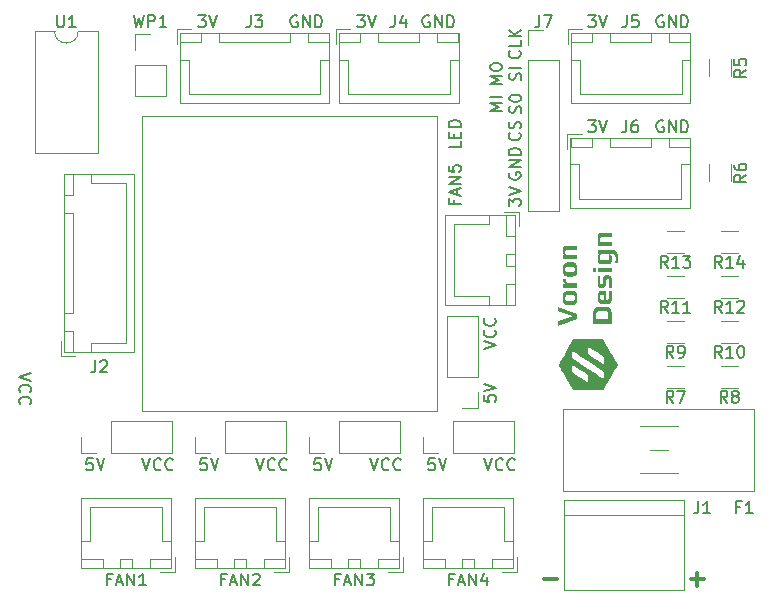
<source format=gto>
G04 #@! TF.GenerationSoftware,KiCad,Pcbnew,(7.0.0-0)*
G04 #@! TF.CreationDate,2023-04-21T16:03:07+01:00*
G04 #@! TF.ProjectId,Klipper Fan Hat,4b6c6970-7065-4722-9046-616e20486174,rev?*
G04 #@! TF.SameCoordinates,Original*
G04 #@! TF.FileFunction,Legend,Top*
G04 #@! TF.FilePolarity,Positive*
%FSLAX46Y46*%
G04 Gerber Fmt 4.6, Leading zero omitted, Abs format (unit mm)*
G04 Created by KiCad (PCBNEW (7.0.0-0)) date 2023-04-21 16:03:07*
%MOMM*%
%LPD*%
G01*
G04 APERTURE LIST*
%ADD10C,0.120000*%
%ADD11C,0.150000*%
%ADD12C,0.300000*%
%ADD13C,0.250000*%
G04 APERTURE END LIST*
D10*
X112000000Y-59614000D02*
X112000000Y-59614000D01*
X112000000Y-59614000D02*
X112000000Y-59614000D01*
X112000000Y-59614000D02*
X112000000Y-59614000D01*
X112000000Y-59614000D02*
X112000000Y-59614000D01*
X112000000Y-59614000D02*
X137000000Y-59614000D01*
X137000000Y-59614000D02*
X137000000Y-84614000D01*
X137000000Y-84614000D02*
X112000000Y-84614000D01*
X112000000Y-84614000D02*
X112000000Y-59614000D01*
D11*
X142483380Y-59169427D02*
X141483380Y-59169427D01*
X141483380Y-59169427D02*
X142197666Y-58836094D01*
X142197666Y-58836094D02*
X141483380Y-58502761D01*
X141483380Y-58502761D02*
X142483380Y-58502761D01*
X142483380Y-58026570D02*
X141483380Y-58026570D01*
X144055761Y-59359904D02*
X144103380Y-59217047D01*
X144103380Y-59217047D02*
X144103380Y-58978952D01*
X144103380Y-58978952D02*
X144055761Y-58883714D01*
X144055761Y-58883714D02*
X144008142Y-58836095D01*
X144008142Y-58836095D02*
X143912904Y-58788476D01*
X143912904Y-58788476D02*
X143817666Y-58788476D01*
X143817666Y-58788476D02*
X143722428Y-58836095D01*
X143722428Y-58836095D02*
X143674809Y-58883714D01*
X143674809Y-58883714D02*
X143627190Y-58978952D01*
X143627190Y-58978952D02*
X143579571Y-59169428D01*
X143579571Y-59169428D02*
X143531952Y-59264666D01*
X143531952Y-59264666D02*
X143484333Y-59312285D01*
X143484333Y-59312285D02*
X143389095Y-59359904D01*
X143389095Y-59359904D02*
X143293857Y-59359904D01*
X143293857Y-59359904D02*
X143198619Y-59312285D01*
X143198619Y-59312285D02*
X143151000Y-59264666D01*
X143151000Y-59264666D02*
X143103380Y-59169428D01*
X143103380Y-59169428D02*
X143103380Y-58931333D01*
X143103380Y-58931333D02*
X143151000Y-58788476D01*
X143103380Y-58169428D02*
X143103380Y-58074190D01*
X143103380Y-58074190D02*
X143151000Y-57978952D01*
X143151000Y-57978952D02*
X143198619Y-57931333D01*
X143198619Y-57931333D02*
X143293857Y-57883714D01*
X143293857Y-57883714D02*
X143484333Y-57836095D01*
X143484333Y-57836095D02*
X143722428Y-57836095D01*
X143722428Y-57836095D02*
X143912904Y-57883714D01*
X143912904Y-57883714D02*
X144008142Y-57931333D01*
X144008142Y-57931333D02*
X144055761Y-57978952D01*
X144055761Y-57978952D02*
X144103380Y-58074190D01*
X144103380Y-58074190D02*
X144103380Y-58169428D01*
X144103380Y-58169428D02*
X144055761Y-58264666D01*
X144055761Y-58264666D02*
X144008142Y-58312285D01*
X144008142Y-58312285D02*
X143912904Y-58359904D01*
X143912904Y-58359904D02*
X143722428Y-58407523D01*
X143722428Y-58407523D02*
X143484333Y-58407523D01*
X143484333Y-58407523D02*
X143293857Y-58359904D01*
X143293857Y-58359904D02*
X143198619Y-58312285D01*
X143198619Y-58312285D02*
X143151000Y-58264666D01*
X143151000Y-58264666D02*
X143103380Y-58169428D01*
X149784095Y-51107380D02*
X150403142Y-51107380D01*
X150403142Y-51107380D02*
X150069809Y-51488333D01*
X150069809Y-51488333D02*
X150212666Y-51488333D01*
X150212666Y-51488333D02*
X150307904Y-51535952D01*
X150307904Y-51535952D02*
X150355523Y-51583571D01*
X150355523Y-51583571D02*
X150403142Y-51678809D01*
X150403142Y-51678809D02*
X150403142Y-51916904D01*
X150403142Y-51916904D02*
X150355523Y-52012142D01*
X150355523Y-52012142D02*
X150307904Y-52059761D01*
X150307904Y-52059761D02*
X150212666Y-52107380D01*
X150212666Y-52107380D02*
X149926952Y-52107380D01*
X149926952Y-52107380D02*
X149831714Y-52059761D01*
X149831714Y-52059761D02*
X149784095Y-52012142D01*
X150688857Y-51107380D02*
X151022190Y-52107380D01*
X151022190Y-52107380D02*
X151355523Y-51107380D01*
X140989238Y-88622380D02*
X141322571Y-89622380D01*
X141322571Y-89622380D02*
X141655904Y-88622380D01*
X142560666Y-89527142D02*
X142513047Y-89574761D01*
X142513047Y-89574761D02*
X142370190Y-89622380D01*
X142370190Y-89622380D02*
X142274952Y-89622380D01*
X142274952Y-89622380D02*
X142132095Y-89574761D01*
X142132095Y-89574761D02*
X142036857Y-89479523D01*
X142036857Y-89479523D02*
X141989238Y-89384285D01*
X141989238Y-89384285D02*
X141941619Y-89193809D01*
X141941619Y-89193809D02*
X141941619Y-89050952D01*
X141941619Y-89050952D02*
X141989238Y-88860476D01*
X141989238Y-88860476D02*
X142036857Y-88765238D01*
X142036857Y-88765238D02*
X142132095Y-88670000D01*
X142132095Y-88670000D02*
X142274952Y-88622380D01*
X142274952Y-88622380D02*
X142370190Y-88622380D01*
X142370190Y-88622380D02*
X142513047Y-88670000D01*
X142513047Y-88670000D02*
X142560666Y-88717619D01*
X143560666Y-89527142D02*
X143513047Y-89574761D01*
X143513047Y-89574761D02*
X143370190Y-89622380D01*
X143370190Y-89622380D02*
X143274952Y-89622380D01*
X143274952Y-89622380D02*
X143132095Y-89574761D01*
X143132095Y-89574761D02*
X143036857Y-89479523D01*
X143036857Y-89479523D02*
X142989238Y-89384285D01*
X142989238Y-89384285D02*
X142941619Y-89193809D01*
X142941619Y-89193809D02*
X142941619Y-89050952D01*
X142941619Y-89050952D02*
X142989238Y-88860476D01*
X142989238Y-88860476D02*
X143036857Y-88765238D01*
X143036857Y-88765238D02*
X143132095Y-88670000D01*
X143132095Y-88670000D02*
X143274952Y-88622380D01*
X143274952Y-88622380D02*
X143370190Y-88622380D01*
X143370190Y-88622380D02*
X143513047Y-88670000D01*
X143513047Y-88670000D02*
X143560666Y-88717619D01*
X107826285Y-88622380D02*
X107350095Y-88622380D01*
X107350095Y-88622380D02*
X107302476Y-89098571D01*
X107302476Y-89098571D02*
X107350095Y-89050952D01*
X107350095Y-89050952D02*
X107445333Y-89003333D01*
X107445333Y-89003333D02*
X107683428Y-89003333D01*
X107683428Y-89003333D02*
X107778666Y-89050952D01*
X107778666Y-89050952D02*
X107826285Y-89098571D01*
X107826285Y-89098571D02*
X107873904Y-89193809D01*
X107873904Y-89193809D02*
X107873904Y-89431904D01*
X107873904Y-89431904D02*
X107826285Y-89527142D01*
X107826285Y-89527142D02*
X107778666Y-89574761D01*
X107778666Y-89574761D02*
X107683428Y-89622380D01*
X107683428Y-89622380D02*
X107445333Y-89622380D01*
X107445333Y-89622380D02*
X107350095Y-89574761D01*
X107350095Y-89574761D02*
X107302476Y-89527142D01*
X108159619Y-88622380D02*
X108492952Y-89622380D01*
X108492952Y-89622380D02*
X108826285Y-88622380D01*
D12*
X147140857Y-98848142D02*
X145998000Y-98848142D01*
D11*
X125146095Y-51155000D02*
X125050857Y-51107380D01*
X125050857Y-51107380D02*
X124908000Y-51107380D01*
X124908000Y-51107380D02*
X124765143Y-51155000D01*
X124765143Y-51155000D02*
X124669905Y-51250238D01*
X124669905Y-51250238D02*
X124622286Y-51345476D01*
X124622286Y-51345476D02*
X124574667Y-51535952D01*
X124574667Y-51535952D02*
X124574667Y-51678809D01*
X124574667Y-51678809D02*
X124622286Y-51869285D01*
X124622286Y-51869285D02*
X124669905Y-51964523D01*
X124669905Y-51964523D02*
X124765143Y-52059761D01*
X124765143Y-52059761D02*
X124908000Y-52107380D01*
X124908000Y-52107380D02*
X125003238Y-52107380D01*
X125003238Y-52107380D02*
X125146095Y-52059761D01*
X125146095Y-52059761D02*
X125193714Y-52012142D01*
X125193714Y-52012142D02*
X125193714Y-51678809D01*
X125193714Y-51678809D02*
X125003238Y-51678809D01*
X125622286Y-52107380D02*
X125622286Y-51107380D01*
X125622286Y-51107380D02*
X126193714Y-52107380D01*
X126193714Y-52107380D02*
X126193714Y-51107380D01*
X126669905Y-52107380D02*
X126669905Y-51107380D01*
X126669905Y-51107380D02*
X126908000Y-51107380D01*
X126908000Y-51107380D02*
X127050857Y-51155000D01*
X127050857Y-51155000D02*
X127146095Y-51250238D01*
X127146095Y-51250238D02*
X127193714Y-51345476D01*
X127193714Y-51345476D02*
X127241333Y-51535952D01*
X127241333Y-51535952D02*
X127241333Y-51678809D01*
X127241333Y-51678809D02*
X127193714Y-51869285D01*
X127193714Y-51869285D02*
X127146095Y-51964523D01*
X127146095Y-51964523D02*
X127050857Y-52059761D01*
X127050857Y-52059761D02*
X126908000Y-52107380D01*
X126908000Y-52107380D02*
X126669905Y-52107380D01*
X112033238Y-88622380D02*
X112366571Y-89622380D01*
X112366571Y-89622380D02*
X112699904Y-88622380D01*
X113604666Y-89527142D02*
X113557047Y-89574761D01*
X113557047Y-89574761D02*
X113414190Y-89622380D01*
X113414190Y-89622380D02*
X113318952Y-89622380D01*
X113318952Y-89622380D02*
X113176095Y-89574761D01*
X113176095Y-89574761D02*
X113080857Y-89479523D01*
X113080857Y-89479523D02*
X113033238Y-89384285D01*
X113033238Y-89384285D02*
X112985619Y-89193809D01*
X112985619Y-89193809D02*
X112985619Y-89050952D01*
X112985619Y-89050952D02*
X113033238Y-88860476D01*
X113033238Y-88860476D02*
X113080857Y-88765238D01*
X113080857Y-88765238D02*
X113176095Y-88670000D01*
X113176095Y-88670000D02*
X113318952Y-88622380D01*
X113318952Y-88622380D02*
X113414190Y-88622380D01*
X113414190Y-88622380D02*
X113557047Y-88670000D01*
X113557047Y-88670000D02*
X113604666Y-88717619D01*
X114604666Y-89527142D02*
X114557047Y-89574761D01*
X114557047Y-89574761D02*
X114414190Y-89622380D01*
X114414190Y-89622380D02*
X114318952Y-89622380D01*
X114318952Y-89622380D02*
X114176095Y-89574761D01*
X114176095Y-89574761D02*
X114080857Y-89479523D01*
X114080857Y-89479523D02*
X114033238Y-89384285D01*
X114033238Y-89384285D02*
X113985619Y-89193809D01*
X113985619Y-89193809D02*
X113985619Y-89050952D01*
X113985619Y-89050952D02*
X114033238Y-88860476D01*
X114033238Y-88860476D02*
X114080857Y-88765238D01*
X114080857Y-88765238D02*
X114176095Y-88670000D01*
X114176095Y-88670000D02*
X114318952Y-88622380D01*
X114318952Y-88622380D02*
X114414190Y-88622380D01*
X114414190Y-88622380D02*
X114557047Y-88670000D01*
X114557047Y-88670000D02*
X114604666Y-88717619D01*
X138975380Y-61780857D02*
X138975380Y-62257047D01*
X138975380Y-62257047D02*
X137975380Y-62257047D01*
X138451571Y-61447523D02*
X138451571Y-61114190D01*
X138975380Y-60971333D02*
X138975380Y-61447523D01*
X138975380Y-61447523D02*
X137975380Y-61447523D01*
X137975380Y-61447523D02*
X137975380Y-60971333D01*
X138975380Y-60542761D02*
X137975380Y-60542761D01*
X137975380Y-60542761D02*
X137975380Y-60304666D01*
X137975380Y-60304666D02*
X138023000Y-60161809D01*
X138023000Y-60161809D02*
X138118238Y-60066571D01*
X138118238Y-60066571D02*
X138213476Y-60018952D01*
X138213476Y-60018952D02*
X138403952Y-59971333D01*
X138403952Y-59971333D02*
X138546809Y-59971333D01*
X138546809Y-59971333D02*
X138737285Y-60018952D01*
X138737285Y-60018952D02*
X138832523Y-60066571D01*
X138832523Y-60066571D02*
X138927761Y-60161809D01*
X138927761Y-60161809D02*
X138975380Y-60304666D01*
X138975380Y-60304666D02*
X138975380Y-60542761D01*
X149784095Y-59997380D02*
X150403142Y-59997380D01*
X150403142Y-59997380D02*
X150069809Y-60378333D01*
X150069809Y-60378333D02*
X150212666Y-60378333D01*
X150212666Y-60378333D02*
X150307904Y-60425952D01*
X150307904Y-60425952D02*
X150355523Y-60473571D01*
X150355523Y-60473571D02*
X150403142Y-60568809D01*
X150403142Y-60568809D02*
X150403142Y-60806904D01*
X150403142Y-60806904D02*
X150355523Y-60902142D01*
X150355523Y-60902142D02*
X150307904Y-60949761D01*
X150307904Y-60949761D02*
X150212666Y-60997380D01*
X150212666Y-60997380D02*
X149926952Y-60997380D01*
X149926952Y-60997380D02*
X149831714Y-60949761D01*
X149831714Y-60949761D02*
X149784095Y-60902142D01*
X150688857Y-59997380D02*
X151022190Y-60997380D01*
X151022190Y-60997380D02*
X151355523Y-59997380D01*
X143055380Y-67233904D02*
X143055380Y-66614857D01*
X143055380Y-66614857D02*
X143436333Y-66948190D01*
X143436333Y-66948190D02*
X143436333Y-66805333D01*
X143436333Y-66805333D02*
X143483952Y-66710095D01*
X143483952Y-66710095D02*
X143531571Y-66662476D01*
X143531571Y-66662476D02*
X143626809Y-66614857D01*
X143626809Y-66614857D02*
X143864904Y-66614857D01*
X143864904Y-66614857D02*
X143960142Y-66662476D01*
X143960142Y-66662476D02*
X144007761Y-66710095D01*
X144007761Y-66710095D02*
X144055380Y-66805333D01*
X144055380Y-66805333D02*
X144055380Y-67091047D01*
X144055380Y-67091047D02*
X144007761Y-67186285D01*
X144007761Y-67186285D02*
X143960142Y-67233904D01*
X143055380Y-66329142D02*
X144055380Y-65995809D01*
X144055380Y-65995809D02*
X143055380Y-65662476D01*
D12*
X159586857Y-98848142D02*
X158444000Y-98848142D01*
X159015428Y-99419571D02*
X159015428Y-98276714D01*
D11*
X130226095Y-51107380D02*
X130845142Y-51107380D01*
X130845142Y-51107380D02*
X130511809Y-51488333D01*
X130511809Y-51488333D02*
X130654666Y-51488333D01*
X130654666Y-51488333D02*
X130749904Y-51535952D01*
X130749904Y-51535952D02*
X130797523Y-51583571D01*
X130797523Y-51583571D02*
X130845142Y-51678809D01*
X130845142Y-51678809D02*
X130845142Y-51916904D01*
X130845142Y-51916904D02*
X130797523Y-52012142D01*
X130797523Y-52012142D02*
X130749904Y-52059761D01*
X130749904Y-52059761D02*
X130654666Y-52107380D01*
X130654666Y-52107380D02*
X130368952Y-52107380D01*
X130368952Y-52107380D02*
X130273714Y-52059761D01*
X130273714Y-52059761D02*
X130226095Y-52012142D01*
X131130857Y-51107380D02*
X131464190Y-52107380D01*
X131464190Y-52107380D02*
X131797523Y-51107380D01*
X142483380Y-56915142D02*
X141483380Y-56915142D01*
X141483380Y-56915142D02*
X142197666Y-56581809D01*
X142197666Y-56581809D02*
X141483380Y-56248476D01*
X141483380Y-56248476D02*
X142483380Y-56248476D01*
X141483380Y-55581809D02*
X141483380Y-55391333D01*
X141483380Y-55391333D02*
X141531000Y-55296095D01*
X141531000Y-55296095D02*
X141626238Y-55200857D01*
X141626238Y-55200857D02*
X141816714Y-55153238D01*
X141816714Y-55153238D02*
X142150047Y-55153238D01*
X142150047Y-55153238D02*
X142340523Y-55200857D01*
X142340523Y-55200857D02*
X142435761Y-55296095D01*
X142435761Y-55296095D02*
X142483380Y-55391333D01*
X142483380Y-55391333D02*
X142483380Y-55581809D01*
X142483380Y-55581809D02*
X142435761Y-55677047D01*
X142435761Y-55677047D02*
X142340523Y-55772285D01*
X142340523Y-55772285D02*
X142150047Y-55819904D01*
X142150047Y-55819904D02*
X141816714Y-55819904D01*
X141816714Y-55819904D02*
X141626238Y-55772285D01*
X141626238Y-55772285D02*
X141531000Y-55677047D01*
X141531000Y-55677047D02*
X141483380Y-55581809D01*
X144055761Y-56581808D02*
X144103380Y-56438951D01*
X144103380Y-56438951D02*
X144103380Y-56200856D01*
X144103380Y-56200856D02*
X144055761Y-56105618D01*
X144055761Y-56105618D02*
X144008142Y-56057999D01*
X144008142Y-56057999D02*
X143912904Y-56010380D01*
X143912904Y-56010380D02*
X143817666Y-56010380D01*
X143817666Y-56010380D02*
X143722428Y-56057999D01*
X143722428Y-56057999D02*
X143674809Y-56105618D01*
X143674809Y-56105618D02*
X143627190Y-56200856D01*
X143627190Y-56200856D02*
X143579571Y-56391332D01*
X143579571Y-56391332D02*
X143531952Y-56486570D01*
X143531952Y-56486570D02*
X143484333Y-56534189D01*
X143484333Y-56534189D02*
X143389095Y-56581808D01*
X143389095Y-56581808D02*
X143293857Y-56581808D01*
X143293857Y-56581808D02*
X143198619Y-56534189D01*
X143198619Y-56534189D02*
X143151000Y-56486570D01*
X143151000Y-56486570D02*
X143103380Y-56391332D01*
X143103380Y-56391332D02*
X143103380Y-56153237D01*
X143103380Y-56153237D02*
X143151000Y-56010380D01*
X144103380Y-55581808D02*
X143103380Y-55581808D01*
X140946380Y-79330761D02*
X141946380Y-78997428D01*
X141946380Y-78997428D02*
X140946380Y-78664095D01*
X141851142Y-77759333D02*
X141898761Y-77806952D01*
X141898761Y-77806952D02*
X141946380Y-77949809D01*
X141946380Y-77949809D02*
X141946380Y-78045047D01*
X141946380Y-78045047D02*
X141898761Y-78187904D01*
X141898761Y-78187904D02*
X141803523Y-78283142D01*
X141803523Y-78283142D02*
X141708285Y-78330761D01*
X141708285Y-78330761D02*
X141517809Y-78378380D01*
X141517809Y-78378380D02*
X141374952Y-78378380D01*
X141374952Y-78378380D02*
X141184476Y-78330761D01*
X141184476Y-78330761D02*
X141089238Y-78283142D01*
X141089238Y-78283142D02*
X140994000Y-78187904D01*
X140994000Y-78187904D02*
X140946380Y-78045047D01*
X140946380Y-78045047D02*
X140946380Y-77949809D01*
X140946380Y-77949809D02*
X140994000Y-77806952D01*
X140994000Y-77806952D02*
X141041619Y-77759333D01*
X141851142Y-76759333D02*
X141898761Y-76806952D01*
X141898761Y-76806952D02*
X141946380Y-76949809D01*
X141946380Y-76949809D02*
X141946380Y-77045047D01*
X141946380Y-77045047D02*
X141898761Y-77187904D01*
X141898761Y-77187904D02*
X141803523Y-77283142D01*
X141803523Y-77283142D02*
X141708285Y-77330761D01*
X141708285Y-77330761D02*
X141517809Y-77378380D01*
X141517809Y-77378380D02*
X141374952Y-77378380D01*
X141374952Y-77378380D02*
X141184476Y-77330761D01*
X141184476Y-77330761D02*
X141089238Y-77283142D01*
X141089238Y-77283142D02*
X140994000Y-77187904D01*
X140994000Y-77187904D02*
X140946380Y-77045047D01*
X140946380Y-77045047D02*
X140946380Y-76949809D01*
X140946380Y-76949809D02*
X140994000Y-76806952D01*
X140994000Y-76806952D02*
X141041619Y-76759333D01*
X156134095Y-60045000D02*
X156038857Y-59997380D01*
X156038857Y-59997380D02*
X155896000Y-59997380D01*
X155896000Y-59997380D02*
X155753143Y-60045000D01*
X155753143Y-60045000D02*
X155657905Y-60140238D01*
X155657905Y-60140238D02*
X155610286Y-60235476D01*
X155610286Y-60235476D02*
X155562667Y-60425952D01*
X155562667Y-60425952D02*
X155562667Y-60568809D01*
X155562667Y-60568809D02*
X155610286Y-60759285D01*
X155610286Y-60759285D02*
X155657905Y-60854523D01*
X155657905Y-60854523D02*
X155753143Y-60949761D01*
X155753143Y-60949761D02*
X155896000Y-60997380D01*
X155896000Y-60997380D02*
X155991238Y-60997380D01*
X155991238Y-60997380D02*
X156134095Y-60949761D01*
X156134095Y-60949761D02*
X156181714Y-60902142D01*
X156181714Y-60902142D02*
X156181714Y-60568809D01*
X156181714Y-60568809D02*
X155991238Y-60568809D01*
X156610286Y-60997380D02*
X156610286Y-59997380D01*
X156610286Y-59997380D02*
X157181714Y-60997380D01*
X157181714Y-60997380D02*
X157181714Y-59997380D01*
X157657905Y-60997380D02*
X157657905Y-59997380D01*
X157657905Y-59997380D02*
X157896000Y-59997380D01*
X157896000Y-59997380D02*
X158038857Y-60045000D01*
X158038857Y-60045000D02*
X158134095Y-60140238D01*
X158134095Y-60140238D02*
X158181714Y-60235476D01*
X158181714Y-60235476D02*
X158229333Y-60425952D01*
X158229333Y-60425952D02*
X158229333Y-60568809D01*
X158229333Y-60568809D02*
X158181714Y-60759285D01*
X158181714Y-60759285D02*
X158134095Y-60854523D01*
X158134095Y-60854523D02*
X158038857Y-60949761D01*
X158038857Y-60949761D02*
X157896000Y-60997380D01*
X157896000Y-60997380D02*
X157657905Y-60997380D01*
X127130285Y-88622380D02*
X126654095Y-88622380D01*
X126654095Y-88622380D02*
X126606476Y-89098571D01*
X126606476Y-89098571D02*
X126654095Y-89050952D01*
X126654095Y-89050952D02*
X126749333Y-89003333D01*
X126749333Y-89003333D02*
X126987428Y-89003333D01*
X126987428Y-89003333D02*
X127082666Y-89050952D01*
X127082666Y-89050952D02*
X127130285Y-89098571D01*
X127130285Y-89098571D02*
X127177904Y-89193809D01*
X127177904Y-89193809D02*
X127177904Y-89431904D01*
X127177904Y-89431904D02*
X127130285Y-89527142D01*
X127130285Y-89527142D02*
X127082666Y-89574761D01*
X127082666Y-89574761D02*
X126987428Y-89622380D01*
X126987428Y-89622380D02*
X126749333Y-89622380D01*
X126749333Y-89622380D02*
X126654095Y-89574761D01*
X126654095Y-89574761D02*
X126606476Y-89527142D01*
X127463619Y-88622380D02*
X127796952Y-89622380D01*
X127796952Y-89622380D02*
X128130285Y-88622380D01*
X102614619Y-81426238D02*
X101614619Y-81759571D01*
X101614619Y-81759571D02*
X102614619Y-82092904D01*
X101709857Y-82997666D02*
X101662238Y-82950047D01*
X101662238Y-82950047D02*
X101614619Y-82807190D01*
X101614619Y-82807190D02*
X101614619Y-82711952D01*
X101614619Y-82711952D02*
X101662238Y-82569095D01*
X101662238Y-82569095D02*
X101757476Y-82473857D01*
X101757476Y-82473857D02*
X101852714Y-82426238D01*
X101852714Y-82426238D02*
X102043190Y-82378619D01*
X102043190Y-82378619D02*
X102186047Y-82378619D01*
X102186047Y-82378619D02*
X102376523Y-82426238D01*
X102376523Y-82426238D02*
X102471761Y-82473857D01*
X102471761Y-82473857D02*
X102567000Y-82569095D01*
X102567000Y-82569095D02*
X102614619Y-82711952D01*
X102614619Y-82711952D02*
X102614619Y-82807190D01*
X102614619Y-82807190D02*
X102567000Y-82950047D01*
X102567000Y-82950047D02*
X102519380Y-82997666D01*
X101709857Y-83997666D02*
X101662238Y-83950047D01*
X101662238Y-83950047D02*
X101614619Y-83807190D01*
X101614619Y-83807190D02*
X101614619Y-83711952D01*
X101614619Y-83711952D02*
X101662238Y-83569095D01*
X101662238Y-83569095D02*
X101757476Y-83473857D01*
X101757476Y-83473857D02*
X101852714Y-83426238D01*
X101852714Y-83426238D02*
X102043190Y-83378619D01*
X102043190Y-83378619D02*
X102186047Y-83378619D01*
X102186047Y-83378619D02*
X102376523Y-83426238D01*
X102376523Y-83426238D02*
X102471761Y-83473857D01*
X102471761Y-83473857D02*
X102567000Y-83569095D01*
X102567000Y-83569095D02*
X102614619Y-83711952D01*
X102614619Y-83711952D02*
X102614619Y-83807190D01*
X102614619Y-83807190D02*
X102567000Y-83950047D01*
X102567000Y-83950047D02*
X102519380Y-83997666D01*
X143960142Y-61050666D02*
X144007761Y-61098285D01*
X144007761Y-61098285D02*
X144055380Y-61241142D01*
X144055380Y-61241142D02*
X144055380Y-61336380D01*
X144055380Y-61336380D02*
X144007761Y-61479237D01*
X144007761Y-61479237D02*
X143912523Y-61574475D01*
X143912523Y-61574475D02*
X143817285Y-61622094D01*
X143817285Y-61622094D02*
X143626809Y-61669713D01*
X143626809Y-61669713D02*
X143483952Y-61669713D01*
X143483952Y-61669713D02*
X143293476Y-61622094D01*
X143293476Y-61622094D02*
X143198238Y-61574475D01*
X143198238Y-61574475D02*
X143103000Y-61479237D01*
X143103000Y-61479237D02*
X143055380Y-61336380D01*
X143055380Y-61336380D02*
X143055380Y-61241142D01*
X143055380Y-61241142D02*
X143103000Y-61098285D01*
X143103000Y-61098285D02*
X143150619Y-61050666D01*
X144007761Y-60669713D02*
X144055380Y-60526856D01*
X144055380Y-60526856D02*
X144055380Y-60288761D01*
X144055380Y-60288761D02*
X144007761Y-60193523D01*
X144007761Y-60193523D02*
X143960142Y-60145904D01*
X143960142Y-60145904D02*
X143864904Y-60098285D01*
X143864904Y-60098285D02*
X143769666Y-60098285D01*
X143769666Y-60098285D02*
X143674428Y-60145904D01*
X143674428Y-60145904D02*
X143626809Y-60193523D01*
X143626809Y-60193523D02*
X143579190Y-60288761D01*
X143579190Y-60288761D02*
X143531571Y-60479237D01*
X143531571Y-60479237D02*
X143483952Y-60574475D01*
X143483952Y-60574475D02*
X143436333Y-60622094D01*
X143436333Y-60622094D02*
X143341095Y-60669713D01*
X143341095Y-60669713D02*
X143245857Y-60669713D01*
X143245857Y-60669713D02*
X143150619Y-60622094D01*
X143150619Y-60622094D02*
X143103000Y-60574475D01*
X143103000Y-60574475D02*
X143055380Y-60479237D01*
X143055380Y-60479237D02*
X143055380Y-60241142D01*
X143055380Y-60241142D02*
X143103000Y-60098285D01*
X140946380Y-83283714D02*
X140946380Y-83759904D01*
X140946380Y-83759904D02*
X141422571Y-83807523D01*
X141422571Y-83807523D02*
X141374952Y-83759904D01*
X141374952Y-83759904D02*
X141327333Y-83664666D01*
X141327333Y-83664666D02*
X141327333Y-83426571D01*
X141327333Y-83426571D02*
X141374952Y-83331333D01*
X141374952Y-83331333D02*
X141422571Y-83283714D01*
X141422571Y-83283714D02*
X141517809Y-83236095D01*
X141517809Y-83236095D02*
X141755904Y-83236095D01*
X141755904Y-83236095D02*
X141851142Y-83283714D01*
X141851142Y-83283714D02*
X141898761Y-83331333D01*
X141898761Y-83331333D02*
X141946380Y-83426571D01*
X141946380Y-83426571D02*
X141946380Y-83664666D01*
X141946380Y-83664666D02*
X141898761Y-83759904D01*
X141898761Y-83759904D02*
X141851142Y-83807523D01*
X140946380Y-82950380D02*
X141946380Y-82617047D01*
X141946380Y-82617047D02*
X140946380Y-82283714D01*
X116764095Y-51107380D02*
X117383142Y-51107380D01*
X117383142Y-51107380D02*
X117049809Y-51488333D01*
X117049809Y-51488333D02*
X117192666Y-51488333D01*
X117192666Y-51488333D02*
X117287904Y-51535952D01*
X117287904Y-51535952D02*
X117335523Y-51583571D01*
X117335523Y-51583571D02*
X117383142Y-51678809D01*
X117383142Y-51678809D02*
X117383142Y-51916904D01*
X117383142Y-51916904D02*
X117335523Y-52012142D01*
X117335523Y-52012142D02*
X117287904Y-52059761D01*
X117287904Y-52059761D02*
X117192666Y-52107380D01*
X117192666Y-52107380D02*
X116906952Y-52107380D01*
X116906952Y-52107380D02*
X116811714Y-52059761D01*
X116811714Y-52059761D02*
X116764095Y-52012142D01*
X117668857Y-51107380D02*
X118002190Y-52107380D01*
X118002190Y-52107380D02*
X118335523Y-51107380D01*
X136322095Y-51155000D02*
X136226857Y-51107380D01*
X136226857Y-51107380D02*
X136084000Y-51107380D01*
X136084000Y-51107380D02*
X135941143Y-51155000D01*
X135941143Y-51155000D02*
X135845905Y-51250238D01*
X135845905Y-51250238D02*
X135798286Y-51345476D01*
X135798286Y-51345476D02*
X135750667Y-51535952D01*
X135750667Y-51535952D02*
X135750667Y-51678809D01*
X135750667Y-51678809D02*
X135798286Y-51869285D01*
X135798286Y-51869285D02*
X135845905Y-51964523D01*
X135845905Y-51964523D02*
X135941143Y-52059761D01*
X135941143Y-52059761D02*
X136084000Y-52107380D01*
X136084000Y-52107380D02*
X136179238Y-52107380D01*
X136179238Y-52107380D02*
X136322095Y-52059761D01*
X136322095Y-52059761D02*
X136369714Y-52012142D01*
X136369714Y-52012142D02*
X136369714Y-51678809D01*
X136369714Y-51678809D02*
X136179238Y-51678809D01*
X136798286Y-52107380D02*
X136798286Y-51107380D01*
X136798286Y-51107380D02*
X137369714Y-52107380D01*
X137369714Y-52107380D02*
X137369714Y-51107380D01*
X137845905Y-52107380D02*
X137845905Y-51107380D01*
X137845905Y-51107380D02*
X138084000Y-51107380D01*
X138084000Y-51107380D02*
X138226857Y-51155000D01*
X138226857Y-51155000D02*
X138322095Y-51250238D01*
X138322095Y-51250238D02*
X138369714Y-51345476D01*
X138369714Y-51345476D02*
X138417333Y-51535952D01*
X138417333Y-51535952D02*
X138417333Y-51678809D01*
X138417333Y-51678809D02*
X138369714Y-51869285D01*
X138369714Y-51869285D02*
X138322095Y-51964523D01*
X138322095Y-51964523D02*
X138226857Y-52059761D01*
X138226857Y-52059761D02*
X138084000Y-52107380D01*
X138084000Y-52107380D02*
X137845905Y-52107380D01*
X117478285Y-88622380D02*
X117002095Y-88622380D01*
X117002095Y-88622380D02*
X116954476Y-89098571D01*
X116954476Y-89098571D02*
X117002095Y-89050952D01*
X117002095Y-89050952D02*
X117097333Y-89003333D01*
X117097333Y-89003333D02*
X117335428Y-89003333D01*
X117335428Y-89003333D02*
X117430666Y-89050952D01*
X117430666Y-89050952D02*
X117478285Y-89098571D01*
X117478285Y-89098571D02*
X117525904Y-89193809D01*
X117525904Y-89193809D02*
X117525904Y-89431904D01*
X117525904Y-89431904D02*
X117478285Y-89527142D01*
X117478285Y-89527142D02*
X117430666Y-89574761D01*
X117430666Y-89574761D02*
X117335428Y-89622380D01*
X117335428Y-89622380D02*
X117097333Y-89622380D01*
X117097333Y-89622380D02*
X117002095Y-89574761D01*
X117002095Y-89574761D02*
X116954476Y-89527142D01*
X117811619Y-88622380D02*
X118144952Y-89622380D01*
X118144952Y-89622380D02*
X118478285Y-88622380D01*
X156134095Y-51155000D02*
X156038857Y-51107380D01*
X156038857Y-51107380D02*
X155896000Y-51107380D01*
X155896000Y-51107380D02*
X155753143Y-51155000D01*
X155753143Y-51155000D02*
X155657905Y-51250238D01*
X155657905Y-51250238D02*
X155610286Y-51345476D01*
X155610286Y-51345476D02*
X155562667Y-51535952D01*
X155562667Y-51535952D02*
X155562667Y-51678809D01*
X155562667Y-51678809D02*
X155610286Y-51869285D01*
X155610286Y-51869285D02*
X155657905Y-51964523D01*
X155657905Y-51964523D02*
X155753143Y-52059761D01*
X155753143Y-52059761D02*
X155896000Y-52107380D01*
X155896000Y-52107380D02*
X155991238Y-52107380D01*
X155991238Y-52107380D02*
X156134095Y-52059761D01*
X156134095Y-52059761D02*
X156181714Y-52012142D01*
X156181714Y-52012142D02*
X156181714Y-51678809D01*
X156181714Y-51678809D02*
X155991238Y-51678809D01*
X156610286Y-52107380D02*
X156610286Y-51107380D01*
X156610286Y-51107380D02*
X157181714Y-52107380D01*
X157181714Y-52107380D02*
X157181714Y-51107380D01*
X157657905Y-52107380D02*
X157657905Y-51107380D01*
X157657905Y-51107380D02*
X157896000Y-51107380D01*
X157896000Y-51107380D02*
X158038857Y-51155000D01*
X158038857Y-51155000D02*
X158134095Y-51250238D01*
X158134095Y-51250238D02*
X158181714Y-51345476D01*
X158181714Y-51345476D02*
X158229333Y-51535952D01*
X158229333Y-51535952D02*
X158229333Y-51678809D01*
X158229333Y-51678809D02*
X158181714Y-51869285D01*
X158181714Y-51869285D02*
X158134095Y-51964523D01*
X158134095Y-51964523D02*
X158038857Y-52059761D01*
X158038857Y-52059761D02*
X157896000Y-52107380D01*
X157896000Y-52107380D02*
X157657905Y-52107380D01*
X131337238Y-88622380D02*
X131670571Y-89622380D01*
X131670571Y-89622380D02*
X132003904Y-88622380D01*
X132908666Y-89527142D02*
X132861047Y-89574761D01*
X132861047Y-89574761D02*
X132718190Y-89622380D01*
X132718190Y-89622380D02*
X132622952Y-89622380D01*
X132622952Y-89622380D02*
X132480095Y-89574761D01*
X132480095Y-89574761D02*
X132384857Y-89479523D01*
X132384857Y-89479523D02*
X132337238Y-89384285D01*
X132337238Y-89384285D02*
X132289619Y-89193809D01*
X132289619Y-89193809D02*
X132289619Y-89050952D01*
X132289619Y-89050952D02*
X132337238Y-88860476D01*
X132337238Y-88860476D02*
X132384857Y-88765238D01*
X132384857Y-88765238D02*
X132480095Y-88670000D01*
X132480095Y-88670000D02*
X132622952Y-88622380D01*
X132622952Y-88622380D02*
X132718190Y-88622380D01*
X132718190Y-88622380D02*
X132861047Y-88670000D01*
X132861047Y-88670000D02*
X132908666Y-88717619D01*
X133908666Y-89527142D02*
X133861047Y-89574761D01*
X133861047Y-89574761D02*
X133718190Y-89622380D01*
X133718190Y-89622380D02*
X133622952Y-89622380D01*
X133622952Y-89622380D02*
X133480095Y-89574761D01*
X133480095Y-89574761D02*
X133384857Y-89479523D01*
X133384857Y-89479523D02*
X133337238Y-89384285D01*
X133337238Y-89384285D02*
X133289619Y-89193809D01*
X133289619Y-89193809D02*
X133289619Y-89050952D01*
X133289619Y-89050952D02*
X133337238Y-88860476D01*
X133337238Y-88860476D02*
X133384857Y-88765238D01*
X133384857Y-88765238D02*
X133480095Y-88670000D01*
X133480095Y-88670000D02*
X133622952Y-88622380D01*
X133622952Y-88622380D02*
X133718190Y-88622380D01*
X133718190Y-88622380D02*
X133861047Y-88670000D01*
X133861047Y-88670000D02*
X133908666Y-88717619D01*
X143960142Y-54113238D02*
X144007761Y-54160857D01*
X144007761Y-54160857D02*
X144055380Y-54303714D01*
X144055380Y-54303714D02*
X144055380Y-54398952D01*
X144055380Y-54398952D02*
X144007761Y-54541809D01*
X144007761Y-54541809D02*
X143912523Y-54637047D01*
X143912523Y-54637047D02*
X143817285Y-54684666D01*
X143817285Y-54684666D02*
X143626809Y-54732285D01*
X143626809Y-54732285D02*
X143483952Y-54732285D01*
X143483952Y-54732285D02*
X143293476Y-54684666D01*
X143293476Y-54684666D02*
X143198238Y-54637047D01*
X143198238Y-54637047D02*
X143103000Y-54541809D01*
X143103000Y-54541809D02*
X143055380Y-54398952D01*
X143055380Y-54398952D02*
X143055380Y-54303714D01*
X143055380Y-54303714D02*
X143103000Y-54160857D01*
X143103000Y-54160857D02*
X143150619Y-54113238D01*
X144055380Y-53208476D02*
X144055380Y-53684666D01*
X144055380Y-53684666D02*
X143055380Y-53684666D01*
X144055380Y-52875142D02*
X143055380Y-52875142D01*
X144055380Y-52303714D02*
X143483952Y-52732285D01*
X143055380Y-52303714D02*
X143626809Y-52875142D01*
X121685238Y-88622380D02*
X122018571Y-89622380D01*
X122018571Y-89622380D02*
X122351904Y-88622380D01*
X123256666Y-89527142D02*
X123209047Y-89574761D01*
X123209047Y-89574761D02*
X123066190Y-89622380D01*
X123066190Y-89622380D02*
X122970952Y-89622380D01*
X122970952Y-89622380D02*
X122828095Y-89574761D01*
X122828095Y-89574761D02*
X122732857Y-89479523D01*
X122732857Y-89479523D02*
X122685238Y-89384285D01*
X122685238Y-89384285D02*
X122637619Y-89193809D01*
X122637619Y-89193809D02*
X122637619Y-89050952D01*
X122637619Y-89050952D02*
X122685238Y-88860476D01*
X122685238Y-88860476D02*
X122732857Y-88765238D01*
X122732857Y-88765238D02*
X122828095Y-88670000D01*
X122828095Y-88670000D02*
X122970952Y-88622380D01*
X122970952Y-88622380D02*
X123066190Y-88622380D01*
X123066190Y-88622380D02*
X123209047Y-88670000D01*
X123209047Y-88670000D02*
X123256666Y-88717619D01*
X124256666Y-89527142D02*
X124209047Y-89574761D01*
X124209047Y-89574761D02*
X124066190Y-89622380D01*
X124066190Y-89622380D02*
X123970952Y-89622380D01*
X123970952Y-89622380D02*
X123828095Y-89574761D01*
X123828095Y-89574761D02*
X123732857Y-89479523D01*
X123732857Y-89479523D02*
X123685238Y-89384285D01*
X123685238Y-89384285D02*
X123637619Y-89193809D01*
X123637619Y-89193809D02*
X123637619Y-89050952D01*
X123637619Y-89050952D02*
X123685238Y-88860476D01*
X123685238Y-88860476D02*
X123732857Y-88765238D01*
X123732857Y-88765238D02*
X123828095Y-88670000D01*
X123828095Y-88670000D02*
X123970952Y-88622380D01*
X123970952Y-88622380D02*
X124066190Y-88622380D01*
X124066190Y-88622380D02*
X124209047Y-88670000D01*
X124209047Y-88670000D02*
X124256666Y-88717619D01*
D13*
G36*
X147245899Y-77394000D02*
G01*
X147245899Y-77006752D01*
X148515351Y-76580610D01*
X148515351Y-76570779D01*
X147245899Y-76144636D01*
X147245899Y-75767220D01*
X148832501Y-76355357D01*
X148832501Y-76822960D01*
X147245899Y-77394000D01*
G37*
G36*
X148450230Y-74440377D02*
G01*
X148470128Y-74441313D01*
X148489560Y-74442872D01*
X148508526Y-74445054D01*
X148527026Y-74447861D01*
X148545061Y-74451290D01*
X148562629Y-74455344D01*
X148579732Y-74460021D01*
X148596369Y-74465322D01*
X148612540Y-74471246D01*
X148623062Y-74475542D01*
X148643225Y-74484738D01*
X148662252Y-74494589D01*
X148680144Y-74505094D01*
X148696900Y-74516254D01*
X148712521Y-74528068D01*
X148727007Y-74540537D01*
X148740357Y-74553660D01*
X148752572Y-74567438D01*
X148765142Y-74583665D01*
X148774642Y-74597893D01*
X148783648Y-74613231D01*
X148792160Y-74629676D01*
X148800178Y-74647231D01*
X148807701Y-74665894D01*
X148814730Y-74685666D01*
X148819678Y-74701222D01*
X148825802Y-74722226D01*
X148831352Y-74743136D01*
X148836327Y-74763953D01*
X148840728Y-74784677D01*
X148844555Y-74805307D01*
X148847808Y-74825843D01*
X148850486Y-74846286D01*
X148852589Y-74866636D01*
X148854292Y-74885469D01*
X148855768Y-74905211D01*
X148857017Y-74925861D01*
X148858039Y-74947419D01*
X148858834Y-74969885D01*
X148859281Y-74987331D01*
X148859600Y-75005288D01*
X148859792Y-75023756D01*
X148859856Y-75042735D01*
X148859792Y-75063069D01*
X148859600Y-75082721D01*
X148859281Y-75101688D01*
X148858834Y-75119972D01*
X148858259Y-75137572D01*
X148857294Y-75159975D01*
X148856102Y-75181162D01*
X148854683Y-75201134D01*
X148853037Y-75219891D01*
X148852589Y-75224390D01*
X148850539Y-75242282D01*
X148848021Y-75260481D01*
X148845036Y-75278987D01*
X148841583Y-75297801D01*
X148837663Y-75316921D01*
X148833275Y-75336349D01*
X148828420Y-75356084D01*
X148823097Y-75376126D01*
X148816679Y-75397604D01*
X148809607Y-75418014D01*
X148801880Y-75437355D01*
X148793498Y-75455627D01*
X148784462Y-75472831D01*
X148774771Y-75488966D01*
X148764426Y-75504033D01*
X148753427Y-75518031D01*
X148741406Y-75531228D01*
X148728209Y-75543890D01*
X148713837Y-75556019D01*
X148698289Y-75567613D01*
X148681566Y-75578672D01*
X148663668Y-75589198D01*
X148644594Y-75599189D01*
X148624345Y-75608645D01*
X148603608Y-75617261D01*
X148587345Y-75622968D01*
X148570474Y-75628030D01*
X148552994Y-75632445D01*
X148534906Y-75636214D01*
X148516209Y-75639337D01*
X148496903Y-75641814D01*
X148476989Y-75643645D01*
X148456467Y-75644830D01*
X148435335Y-75645368D01*
X148428156Y-75645404D01*
X148077668Y-75645404D01*
X148055884Y-75645081D01*
X148034612Y-75644112D01*
X148013850Y-75642496D01*
X147993599Y-75640235D01*
X147973859Y-75637327D01*
X147954630Y-75633773D01*
X147935911Y-75629573D01*
X147917704Y-75624727D01*
X147900008Y-75619235D01*
X147882822Y-75613097D01*
X147871649Y-75608645D01*
X147855409Y-75601562D01*
X147839868Y-75594095D01*
X147820233Y-75583542D01*
X147801840Y-75572309D01*
X147784690Y-75560395D01*
X147768782Y-75547799D01*
X147754116Y-75534522D01*
X147740692Y-75520564D01*
X147734446Y-75513330D01*
X147721690Y-75496487D01*
X147711966Y-75481841D01*
X147702669Y-75466153D01*
X147693800Y-75449424D01*
X147685359Y-75431652D01*
X147677344Y-75412839D01*
X147669758Y-75392984D01*
X147664348Y-75377408D01*
X147657623Y-75356311D01*
X147651552Y-75335334D01*
X147646136Y-75314477D01*
X147641374Y-75293740D01*
X147637267Y-75273123D01*
X147633814Y-75252627D01*
X147631016Y-75232251D01*
X147628872Y-75211995D01*
X147628872Y-75194674D01*
X147628872Y-75172047D01*
X147628872Y-75149955D01*
X147628872Y-75128397D01*
X147628872Y-75107373D01*
X147628872Y-75086883D01*
X147628872Y-75066928D01*
X147628872Y-75047506D01*
X147628872Y-75042735D01*
X147848568Y-75042735D01*
X147848722Y-75060172D01*
X147849528Y-75085001D01*
X147851026Y-75108238D01*
X147853215Y-75129881D01*
X147856095Y-75149932D01*
X147859666Y-75168389D01*
X147863929Y-75185254D01*
X147870687Y-75205263D01*
X147878675Y-75222440D01*
X147887891Y-75236786D01*
X147901497Y-75251562D01*
X147918003Y-75263834D01*
X147933297Y-75271848D01*
X147950447Y-75278259D01*
X147969454Y-75283068D01*
X147990318Y-75286273D01*
X148013038Y-75287876D01*
X148025095Y-75288077D01*
X148473464Y-75288077D01*
X148493384Y-75287565D01*
X148511740Y-75286031D01*
X148531700Y-75282841D01*
X148549407Y-75278177D01*
X148567215Y-75270876D01*
X148573908Y-75267133D01*
X148588009Y-75256518D01*
X148600392Y-75242998D01*
X148611057Y-75226575D01*
X148618831Y-75210186D01*
X148624345Y-75194898D01*
X148628901Y-75177546D01*
X148632684Y-75157816D01*
X148635155Y-75140318D01*
X148637132Y-75121297D01*
X148638615Y-75100754D01*
X148639603Y-75078688D01*
X148640020Y-75061140D01*
X148640159Y-75042735D01*
X148640020Y-75024333D01*
X148639603Y-75006796D01*
X148638615Y-74984757D01*
X148637132Y-74964254D01*
X148635155Y-74945287D01*
X148632684Y-74927856D01*
X148628901Y-74908227D01*
X148624345Y-74890999D01*
X148617623Y-74872832D01*
X148609638Y-74856798D01*
X148598728Y-74840789D01*
X148586100Y-74827685D01*
X148573908Y-74818764D01*
X148557415Y-74810603D01*
X148540835Y-74805204D01*
X148522002Y-74801277D01*
X148504585Y-74799129D01*
X148485604Y-74798004D01*
X148473464Y-74797820D01*
X148025095Y-74797820D01*
X148007184Y-74798275D01*
X147984928Y-74800295D01*
X147964529Y-74803931D01*
X147945986Y-74809184D01*
X147929299Y-74816053D01*
X147911052Y-74826912D01*
X147895706Y-74840296D01*
X147887891Y-74849539D01*
X147876563Y-74867779D01*
X147868883Y-74885557D01*
X147862431Y-74906167D01*
X147858399Y-74923483D01*
X147855058Y-74942392D01*
X147852408Y-74962893D01*
X147850450Y-74984987D01*
X147849183Y-75008674D01*
X147848607Y-75033954D01*
X147848568Y-75042735D01*
X147628872Y-75042735D01*
X147628928Y-75022052D01*
X147629097Y-75002158D01*
X147629379Y-74983053D01*
X147629773Y-74964736D01*
X147630280Y-74947209D01*
X147631132Y-74925066D01*
X147632184Y-74904326D01*
X147633436Y-74884989D01*
X147634889Y-74867053D01*
X147635283Y-74862789D01*
X147637066Y-74845698D01*
X147639424Y-74828194D01*
X147642356Y-74810276D01*
X147645862Y-74791943D01*
X147649942Y-74773196D01*
X147654597Y-74754036D01*
X147659827Y-74734461D01*
X147665630Y-74714472D01*
X147672669Y-74692974D01*
X147680323Y-74672504D01*
X147688591Y-74653063D01*
X147697473Y-74634651D01*
X147706970Y-74617266D01*
X147717082Y-74600911D01*
X147727807Y-74585584D01*
X147739147Y-74571285D01*
X147751302Y-74557748D01*
X147764686Y-74544704D01*
X147779299Y-74532155D01*
X147795140Y-74520101D01*
X147812210Y-74508540D01*
X147830509Y-74497474D01*
X147850037Y-74486902D01*
X147865490Y-74479297D01*
X147870794Y-74476824D01*
X147887528Y-74470255D01*
X147904870Y-74464332D01*
X147922820Y-74459055D01*
X147941380Y-74454424D01*
X147960547Y-74450440D01*
X147980324Y-74447101D01*
X148000709Y-74444409D01*
X148021702Y-74442363D01*
X148043304Y-74440963D01*
X148065515Y-74440209D01*
X148080660Y-74440065D01*
X148429866Y-74440065D01*
X148450230Y-74440377D01*
G37*
G36*
X147656227Y-74161384D02*
G01*
X147656227Y-73820727D01*
X147864383Y-73820727D01*
X147846814Y-73819600D01*
X147829371Y-73816219D01*
X147812053Y-73810584D01*
X147794860Y-73802695D01*
X147777792Y-73792552D01*
X147760849Y-73780155D01*
X147754107Y-73774565D01*
X147740931Y-73762517D01*
X147728328Y-73749667D01*
X147716300Y-73736016D01*
X147704847Y-73721564D01*
X147693967Y-73706310D01*
X147683662Y-73690255D01*
X147673932Y-73673399D01*
X147664775Y-73655741D01*
X147656361Y-73637602D01*
X147649068Y-73619516D01*
X147642897Y-73601484D01*
X147637848Y-73583506D01*
X147633921Y-73565581D01*
X147631116Y-73547709D01*
X147629433Y-73529891D01*
X147628872Y-73512126D01*
X147628872Y-73384753D01*
X147929779Y-73384753D01*
X147929779Y-73507424D01*
X147929959Y-73526081D01*
X147930500Y-73544116D01*
X147931402Y-73561530D01*
X147933430Y-73586487D01*
X147936270Y-73610046D01*
X147939922Y-73632208D01*
X147944385Y-73652972D01*
X147949659Y-73672339D01*
X147955745Y-73690309D01*
X147962642Y-73706880D01*
X147973101Y-73726803D01*
X147975941Y-73731395D01*
X147988323Y-73748325D01*
X148002601Y-73762998D01*
X148018777Y-73775413D01*
X148036849Y-73785571D01*
X148056818Y-73793472D01*
X148078683Y-73799115D01*
X148096327Y-73801866D01*
X148115038Y-73803347D01*
X148128104Y-73803630D01*
X148832501Y-73803630D01*
X148832501Y-74161384D01*
X147656227Y-74161384D01*
G37*
G36*
X148450230Y-72017732D02*
G01*
X148470128Y-72018668D01*
X148489560Y-72020227D01*
X148508526Y-72022409D01*
X148527026Y-72025216D01*
X148545061Y-72028646D01*
X148562629Y-72032699D01*
X148579732Y-72037376D01*
X148596369Y-72042677D01*
X148612540Y-72048601D01*
X148623062Y-72052897D01*
X148643225Y-72062093D01*
X148662252Y-72071944D01*
X148680144Y-72082449D01*
X148696900Y-72093609D01*
X148712521Y-72105423D01*
X148727007Y-72117892D01*
X148740357Y-72131016D01*
X148752572Y-72144793D01*
X148765142Y-72161020D01*
X148774642Y-72175249D01*
X148783648Y-72190586D01*
X148792160Y-72207032D01*
X148800178Y-72224586D01*
X148807701Y-72243249D01*
X148814730Y-72263021D01*
X148819678Y-72278577D01*
X148825802Y-72299581D01*
X148831352Y-72320492D01*
X148836327Y-72341309D01*
X148840728Y-72362032D01*
X148844555Y-72382662D01*
X148847808Y-72403198D01*
X148850486Y-72423641D01*
X148852589Y-72443991D01*
X148854292Y-72462824D01*
X148855768Y-72482566D01*
X148857017Y-72503216D01*
X148858039Y-72524774D01*
X148858834Y-72547241D01*
X148859281Y-72564687D01*
X148859600Y-72582643D01*
X148859792Y-72601111D01*
X148859856Y-72620090D01*
X148859792Y-72640425D01*
X148859600Y-72660076D01*
X148859281Y-72679043D01*
X148858834Y-72697327D01*
X148858259Y-72714927D01*
X148857294Y-72737330D01*
X148856102Y-72758518D01*
X148854683Y-72778490D01*
X148853037Y-72797246D01*
X148852589Y-72801745D01*
X148850539Y-72819637D01*
X148848021Y-72837836D01*
X148845036Y-72856342D01*
X148841583Y-72875156D01*
X148837663Y-72894276D01*
X148833275Y-72913704D01*
X148828420Y-72933439D01*
X148823097Y-72953481D01*
X148816679Y-72974959D01*
X148809607Y-72995369D01*
X148801880Y-73014710D01*
X148793498Y-73032982D01*
X148784462Y-73050186D01*
X148774771Y-73066322D01*
X148764426Y-73081388D01*
X148753427Y-73095386D01*
X148741406Y-73108583D01*
X148728209Y-73121246D01*
X148713837Y-73133374D01*
X148698289Y-73144968D01*
X148681566Y-73156027D01*
X148663668Y-73166553D01*
X148644594Y-73176544D01*
X148624345Y-73186001D01*
X148603608Y-73194616D01*
X148587345Y-73200323D01*
X148570474Y-73205385D01*
X148552994Y-73209800D01*
X148534906Y-73213569D01*
X148516209Y-73216692D01*
X148496903Y-73219169D01*
X148476989Y-73221000D01*
X148456467Y-73222185D01*
X148435335Y-73222723D01*
X148428156Y-73222759D01*
X148077668Y-73222759D01*
X148055884Y-73222436D01*
X148034612Y-73221467D01*
X148013850Y-73219851D01*
X147993599Y-73217590D01*
X147973859Y-73214682D01*
X147954630Y-73211128D01*
X147935911Y-73206929D01*
X147917704Y-73202082D01*
X147900008Y-73196590D01*
X147882822Y-73190452D01*
X147871649Y-73186001D01*
X147855409Y-73178917D01*
X147839868Y-73171450D01*
X147820233Y-73160898D01*
X147801840Y-73149664D01*
X147784690Y-73137750D01*
X147768782Y-73125154D01*
X147754116Y-73111877D01*
X147740692Y-73097919D01*
X147734446Y-73090685D01*
X147721690Y-73073842D01*
X147711966Y-73059196D01*
X147702669Y-73043509D01*
X147693800Y-73026779D01*
X147685359Y-73009007D01*
X147677344Y-72990194D01*
X147669758Y-72970339D01*
X147664348Y-72954764D01*
X147657623Y-72933666D01*
X147651552Y-72912689D01*
X147646136Y-72891832D01*
X147641374Y-72871095D01*
X147637267Y-72850479D01*
X147633814Y-72829982D01*
X147631016Y-72809606D01*
X147628872Y-72789350D01*
X147628872Y-72772029D01*
X147628872Y-72749403D01*
X147628872Y-72727310D01*
X147628872Y-72705752D01*
X147628872Y-72684728D01*
X147628872Y-72664238D01*
X147628872Y-72644283D01*
X147628872Y-72624862D01*
X147628872Y-72620090D01*
X147848568Y-72620090D01*
X147848722Y-72637527D01*
X147849528Y-72662357D01*
X147851026Y-72685593D01*
X147853215Y-72707236D01*
X147856095Y-72727287D01*
X147859666Y-72745744D01*
X147863929Y-72762609D01*
X147870687Y-72782618D01*
X147878675Y-72799795D01*
X147887891Y-72814141D01*
X147901497Y-72828917D01*
X147918003Y-72841189D01*
X147933297Y-72849203D01*
X147950447Y-72855614D01*
X147969454Y-72860423D01*
X147990318Y-72863629D01*
X148013038Y-72865231D01*
X148025095Y-72865432D01*
X148473464Y-72865432D01*
X148493384Y-72864920D01*
X148511740Y-72863387D01*
X148531700Y-72860196D01*
X148549407Y-72855533D01*
X148567215Y-72848231D01*
X148573908Y-72844488D01*
X148588009Y-72833873D01*
X148600392Y-72820354D01*
X148611057Y-72803930D01*
X148618831Y-72787541D01*
X148624345Y-72772253D01*
X148628901Y-72754902D01*
X148632684Y-72735171D01*
X148635155Y-72717673D01*
X148637132Y-72698653D01*
X148638615Y-72678109D01*
X148639603Y-72656044D01*
X148640020Y-72638495D01*
X148640159Y-72620090D01*
X148640020Y-72601688D01*
X148639603Y-72584151D01*
X148638615Y-72562112D01*
X148637132Y-72541609D01*
X148635155Y-72522642D01*
X148632684Y-72505211D01*
X148628901Y-72485582D01*
X148624345Y-72468354D01*
X148617623Y-72450187D01*
X148609638Y-72434153D01*
X148598728Y-72418145D01*
X148586100Y-72405040D01*
X148573908Y-72396119D01*
X148557415Y-72387958D01*
X148540835Y-72382559D01*
X148522002Y-72378632D01*
X148504585Y-72376484D01*
X148485604Y-72375359D01*
X148473464Y-72375175D01*
X148025095Y-72375175D01*
X148007184Y-72375630D01*
X147984928Y-72377650D01*
X147964529Y-72381287D01*
X147945986Y-72386539D01*
X147929299Y-72393408D01*
X147911052Y-72404267D01*
X147895706Y-72417651D01*
X147887891Y-72426894D01*
X147876563Y-72445134D01*
X147868883Y-72462913D01*
X147862431Y-72483523D01*
X147858399Y-72500838D01*
X147855058Y-72519747D01*
X147852408Y-72540248D01*
X147850450Y-72562342D01*
X147849183Y-72586029D01*
X147848607Y-72611309D01*
X147848568Y-72620090D01*
X147628872Y-72620090D01*
X147628928Y-72599407D01*
X147629097Y-72579513D01*
X147629379Y-72560408D01*
X147629773Y-72542091D01*
X147630280Y-72524564D01*
X147631132Y-72502422D01*
X147632184Y-72481681D01*
X147633436Y-72462344D01*
X147634889Y-72444409D01*
X147635283Y-72440144D01*
X147637066Y-72423054D01*
X147639424Y-72405549D01*
X147642356Y-72387631D01*
X147645862Y-72369298D01*
X147649942Y-72350552D01*
X147654597Y-72331391D01*
X147659827Y-72311816D01*
X147665630Y-72291827D01*
X147672669Y-72270329D01*
X147680323Y-72249860D01*
X147688591Y-72230419D01*
X147697473Y-72212006D01*
X147706970Y-72194622D01*
X147717082Y-72178266D01*
X147727807Y-72162939D01*
X147739147Y-72148640D01*
X147751302Y-72135103D01*
X147764686Y-72122060D01*
X147779299Y-72109511D01*
X147795140Y-72097456D01*
X147812210Y-72085895D01*
X147830509Y-72074829D01*
X147850037Y-72064257D01*
X147865490Y-72056652D01*
X147870794Y-72054179D01*
X147887528Y-72047610D01*
X147904870Y-72041687D01*
X147922820Y-72036410D01*
X147941380Y-72031779D01*
X147960547Y-72027795D01*
X147980324Y-72024456D01*
X148000709Y-72021764D01*
X148021702Y-72019718D01*
X148043304Y-72018318D01*
X148065515Y-72017564D01*
X148080660Y-72017421D01*
X148429866Y-72017421D01*
X148450230Y-72017732D01*
G37*
G36*
X147656227Y-71738740D02*
G01*
X147656227Y-71386114D01*
X147798132Y-71386114D01*
X147777636Y-71379721D01*
X147758462Y-71371014D01*
X147740610Y-71359993D01*
X147724081Y-71346657D01*
X147708874Y-71331008D01*
X147694989Y-71313044D01*
X147682427Y-71292767D01*
X147671187Y-71270175D01*
X147661269Y-71245269D01*
X147652674Y-71218049D01*
X147645401Y-71188515D01*
X147639451Y-71156667D01*
X147634822Y-71122505D01*
X147633004Y-71104556D01*
X147631516Y-71086028D01*
X147630359Y-71066922D01*
X147629533Y-71047238D01*
X147629037Y-71026975D01*
X147628872Y-71006133D01*
X147629191Y-70978187D01*
X147630147Y-70951303D01*
X147631742Y-70925480D01*
X147633974Y-70900719D01*
X147636844Y-70877021D01*
X147640352Y-70854384D01*
X147644498Y-70832809D01*
X147649281Y-70812296D01*
X147654703Y-70792845D01*
X147660762Y-70774455D01*
X147667459Y-70757128D01*
X147674793Y-70740863D01*
X147682766Y-70725659D01*
X147695920Y-70704844D01*
X147710510Y-70686419D01*
X147726640Y-70669996D01*
X147744415Y-70655189D01*
X147763836Y-70641997D01*
X147784902Y-70630420D01*
X147807613Y-70620458D01*
X147831970Y-70612112D01*
X147849123Y-70607446D01*
X147867006Y-70603497D01*
X147885621Y-70600266D01*
X147904967Y-70597754D01*
X147925044Y-70595959D01*
X147945852Y-70594882D01*
X147967392Y-70594523D01*
X148832501Y-70594523D01*
X148832501Y-70952278D01*
X148013982Y-70952278D01*
X147993568Y-70952612D01*
X147974804Y-70953613D01*
X147957688Y-70955283D01*
X147939325Y-70958168D01*
X147920903Y-70962750D01*
X147911827Y-70965955D01*
X147895959Y-70974290D01*
X147882548Y-70986044D01*
X147871596Y-71001218D01*
X147864028Y-71017300D01*
X147863101Y-71019811D01*
X147858162Y-71036395D01*
X147854245Y-71056015D01*
X147851761Y-71074684D01*
X147849987Y-71095460D01*
X147849079Y-71113599D01*
X147848625Y-71133087D01*
X147848568Y-71143337D01*
X147848688Y-71162636D01*
X147849049Y-71180943D01*
X147849650Y-71198259D01*
X147850826Y-71219804D01*
X147852428Y-71239586D01*
X147854459Y-71257604D01*
X147857598Y-71277648D01*
X147861404Y-71294937D01*
X147862246Y-71298064D01*
X147867951Y-71315225D01*
X147876468Y-71332435D01*
X147886990Y-71346617D01*
X147901469Y-71359119D01*
X147909690Y-71363888D01*
X147926222Y-71370550D01*
X147943192Y-71374957D01*
X147962747Y-71378163D01*
X147981017Y-71379916D01*
X148001081Y-71380835D01*
X148013982Y-71380985D01*
X148832501Y-71380985D01*
X148832501Y-71738740D01*
X147656227Y-71738740D01*
G37*
G36*
X151335300Y-75791862D02*
G01*
X151356943Y-75792699D01*
X151377949Y-75794093D01*
X151398317Y-75796044D01*
X151418047Y-75798554D01*
X151437139Y-75801621D01*
X151455593Y-75805246D01*
X151473410Y-75809428D01*
X151490589Y-75814168D01*
X151507130Y-75819466D01*
X151530745Y-75828458D01*
X151552926Y-75838705D01*
X151573671Y-75850207D01*
X151592982Y-75862963D01*
X151610984Y-75877063D01*
X151627964Y-75892756D01*
X151643922Y-75910042D01*
X151658859Y-75928920D01*
X151672774Y-75949392D01*
X151685666Y-75971456D01*
X151693694Y-75987050D01*
X151701267Y-76003352D01*
X151708387Y-76020362D01*
X151715052Y-76038081D01*
X151721263Y-76056507D01*
X151727020Y-76075641D01*
X151732323Y-76095482D01*
X151737188Y-76116167D01*
X151741739Y-76137831D01*
X151745977Y-76160473D01*
X151749900Y-76184093D01*
X151753510Y-76208692D01*
X151756806Y-76234269D01*
X151759788Y-76260824D01*
X151762456Y-76288358D01*
X151764810Y-76316870D01*
X151766850Y-76346361D01*
X151768577Y-76376830D01*
X151769989Y-76408277D01*
X151771088Y-76440703D01*
X151771873Y-76474107D01*
X151772344Y-76508490D01*
X151772461Y-76526048D01*
X151772501Y-76543851D01*
X151772501Y-77222602D01*
X150185899Y-77222602D01*
X150185899Y-76840484D01*
X150459451Y-76840484D01*
X151498949Y-76840484D01*
X151498949Y-76560948D01*
X151498897Y-76541642D01*
X151498741Y-76522941D01*
X151498483Y-76504844D01*
X151498120Y-76487351D01*
X151497383Y-76462245D01*
X151496412Y-76438499D01*
X151495209Y-76416113D01*
X151493773Y-76395087D01*
X151492103Y-76375421D01*
X151490201Y-76357115D01*
X151487303Y-76334822D01*
X151485698Y-76324582D01*
X151481885Y-76305395D01*
X151477283Y-76287583D01*
X151471894Y-76271147D01*
X151464049Y-76252537D01*
X151454972Y-76236077D01*
X151444664Y-76221766D01*
X151433125Y-76209605D01*
X151416991Y-76197403D01*
X151401182Y-76189164D01*
X151383223Y-76182677D01*
X151363115Y-76177944D01*
X151345480Y-76175419D01*
X151326470Y-76174017D01*
X151311309Y-76173701D01*
X150661623Y-76173701D01*
X150641216Y-76174490D01*
X150621988Y-76176857D01*
X150603939Y-76180801D01*
X150587071Y-76186324D01*
X150571382Y-76193424D01*
X150552298Y-76205345D01*
X150535311Y-76220071D01*
X150523947Y-76232956D01*
X150513763Y-76247419D01*
X150504758Y-76263460D01*
X150496661Y-76281146D01*
X150489361Y-76300701D01*
X150482857Y-76322128D01*
X150477149Y-76345426D01*
X150472238Y-76370594D01*
X150469406Y-76388413D01*
X150466928Y-76407062D01*
X150464805Y-76426544D01*
X150463035Y-76446856D01*
X150461619Y-76468000D01*
X150460557Y-76489976D01*
X150459849Y-76512783D01*
X150459495Y-76536422D01*
X150459451Y-76548553D01*
X150459451Y-76840484D01*
X150185899Y-76840484D01*
X150185899Y-76546416D01*
X150185941Y-76529060D01*
X150186066Y-76511935D01*
X150186567Y-76478375D01*
X150187402Y-76445737D01*
X150188570Y-76414021D01*
X150190073Y-76383226D01*
X150191910Y-76353353D01*
X150194080Y-76324402D01*
X150196585Y-76296372D01*
X150199423Y-76269264D01*
X150202595Y-76243078D01*
X150206101Y-76217813D01*
X150209942Y-76193470D01*
X150214116Y-76170048D01*
X150218624Y-76147548D01*
X150223466Y-76125970D01*
X150228641Y-76105313D01*
X150234228Y-76085451D01*
X150240302Y-76066257D01*
X150246864Y-76047731D01*
X150253913Y-76029873D01*
X150261450Y-76012682D01*
X150269474Y-75996160D01*
X150277986Y-75980305D01*
X150286985Y-75965118D01*
X150296472Y-75950599D01*
X150311616Y-75930072D01*
X150327857Y-75911049D01*
X150345196Y-75893527D01*
X150363631Y-75877509D01*
X150376531Y-75867665D01*
X150396955Y-75854068D01*
X150418801Y-75841809D01*
X150442066Y-75830887D01*
X150458364Y-75824349D01*
X150475294Y-75818405D01*
X150492856Y-75813056D01*
X150511048Y-75808300D01*
X150529871Y-75804140D01*
X150549326Y-75800573D01*
X150569411Y-75797601D01*
X150590128Y-75795224D01*
X150611476Y-75793441D01*
X150633455Y-75792252D01*
X150656065Y-75791658D01*
X150667607Y-75791583D01*
X151313019Y-75791583D01*
X151335300Y-75791862D01*
G37*
G36*
X151280107Y-75172672D02*
G01*
X151388245Y-75172672D01*
X151407121Y-75172026D01*
X151424961Y-75170087D01*
X151441763Y-75166857D01*
X151462553Y-75160539D01*
X151481500Y-75151923D01*
X151498604Y-75141011D01*
X151513864Y-75127801D01*
X151527281Y-75112293D01*
X151536134Y-75099155D01*
X151546453Y-75078939D01*
X151553289Y-75061366D01*
X151559351Y-75041728D01*
X151564639Y-75020023D01*
X151569153Y-74996252D01*
X151571733Y-74979257D01*
X151573968Y-74961344D01*
X151575860Y-74942512D01*
X151577408Y-74922762D01*
X151578612Y-74902093D01*
X151579471Y-74880507D01*
X151579987Y-74858002D01*
X151580159Y-74834579D01*
X151579959Y-74812341D01*
X151579358Y-74789759D01*
X151578356Y-74766834D01*
X151576954Y-74743564D01*
X151575150Y-74719950D01*
X151572946Y-74695993D01*
X151570342Y-74671691D01*
X151567337Y-74647046D01*
X151563930Y-74622057D01*
X151560124Y-74596723D01*
X151555916Y-74571046D01*
X151551308Y-74545025D01*
X151546299Y-74518660D01*
X151540890Y-74491951D01*
X151535079Y-74464898D01*
X151528868Y-74437501D01*
X151754549Y-74437501D01*
X151760035Y-74464864D01*
X151765167Y-74492458D01*
X151769946Y-74520283D01*
X151774370Y-74548338D01*
X151778441Y-74576623D01*
X151782158Y-74605138D01*
X151785520Y-74633884D01*
X151788529Y-74662861D01*
X151791184Y-74692068D01*
X151793484Y-74721505D01*
X151795431Y-74751172D01*
X151797024Y-74781070D01*
X151798263Y-74811199D01*
X151799148Y-74841558D01*
X151799679Y-74872147D01*
X151799856Y-74902967D01*
X151799481Y-74941702D01*
X151798358Y-74979207D01*
X151796486Y-75015483D01*
X151793865Y-75050528D01*
X151790495Y-75084345D01*
X151786377Y-75116931D01*
X151781509Y-75148288D01*
X151775893Y-75178415D01*
X151769528Y-75207313D01*
X151762414Y-75234981D01*
X151754552Y-75261419D01*
X151745940Y-75286627D01*
X151736580Y-75310606D01*
X151726471Y-75333355D01*
X151715612Y-75354875D01*
X151704006Y-75375164D01*
X151691650Y-75394225D01*
X151678545Y-75412055D01*
X151664692Y-75428656D01*
X151650090Y-75444027D01*
X151634739Y-75458168D01*
X151618639Y-75471080D01*
X151601791Y-75482762D01*
X151584193Y-75493214D01*
X151565847Y-75502437D01*
X151546752Y-75510429D01*
X151526908Y-75517193D01*
X151506315Y-75522726D01*
X151484973Y-75527030D01*
X151462883Y-75530104D01*
X151440044Y-75531949D01*
X151416455Y-75532564D01*
X150991595Y-75532564D01*
X150964290Y-75532004D01*
X150937940Y-75530326D01*
X150912545Y-75527530D01*
X150888105Y-75523614D01*
X150864620Y-75518581D01*
X150842090Y-75512428D01*
X150820515Y-75505157D01*
X150799895Y-75496767D01*
X150780230Y-75487258D01*
X150761520Y-75476631D01*
X150743765Y-75464885D01*
X150726966Y-75452021D01*
X150711121Y-75438038D01*
X150696231Y-75422936D01*
X150682296Y-75406715D01*
X150669317Y-75389376D01*
X150657153Y-75370868D01*
X150645775Y-75351142D01*
X150635181Y-75330196D01*
X150625372Y-75308032D01*
X150616348Y-75284649D01*
X150608108Y-75260047D01*
X150600653Y-75234226D01*
X150593983Y-75207186D01*
X150588098Y-75178928D01*
X150582997Y-75149451D01*
X150578681Y-75118755D01*
X150575150Y-75086840D01*
X150572403Y-75053706D01*
X150570441Y-75019353D01*
X150569755Y-75001720D01*
X150569264Y-74983782D01*
X150568970Y-74965539D01*
X150568899Y-74952121D01*
X150788568Y-74952121D01*
X150788835Y-74975729D01*
X150789635Y-74997827D01*
X150790969Y-75018414D01*
X150792836Y-75037492D01*
X150795236Y-75055059D01*
X150799267Y-75076134D01*
X150804246Y-75094523D01*
X150811803Y-75113734D01*
X150818915Y-75126083D01*
X150829950Y-75139504D01*
X150844816Y-75152608D01*
X150861455Y-75162435D01*
X150879868Y-75168987D01*
X150900054Y-75172262D01*
X150910812Y-75172672D01*
X151088621Y-75172672D01*
X151088621Y-74743965D01*
X150910812Y-74743965D01*
X150892463Y-74745133D01*
X150875616Y-74748640D01*
X150857384Y-74755933D01*
X150841315Y-74766591D01*
X150827410Y-74780616D01*
X150819343Y-74791836D01*
X150810477Y-74808259D01*
X150803114Y-74827875D01*
X150798305Y-74845867D01*
X150794459Y-74865903D01*
X150791574Y-74887982D01*
X150790041Y-74905882D01*
X150789049Y-74924932D01*
X150788598Y-74945132D01*
X150788568Y-74952121D01*
X150568899Y-74952121D01*
X150568872Y-74946991D01*
X150568966Y-74929534D01*
X150569249Y-74912372D01*
X150570381Y-74878931D01*
X150572268Y-74846668D01*
X150574909Y-74815585D01*
X150578305Y-74785680D01*
X150582456Y-74756954D01*
X150587361Y-74729407D01*
X150593021Y-74703039D01*
X150599436Y-74677849D01*
X150606605Y-74653838D01*
X150614529Y-74631006D01*
X150623208Y-74609352D01*
X150632642Y-74588878D01*
X150642830Y-74569582D01*
X150653772Y-74551465D01*
X150665470Y-74534526D01*
X150678064Y-74518637D01*
X150691696Y-74503772D01*
X150706367Y-74489932D01*
X150722077Y-74477118D01*
X150738825Y-74465329D01*
X150756611Y-74454565D01*
X150775437Y-74444826D01*
X150795300Y-74436112D01*
X150816202Y-74428423D01*
X150838143Y-74421760D01*
X150861122Y-74416121D01*
X150885140Y-74411508D01*
X150910196Y-74407920D01*
X150936290Y-74405357D01*
X150963423Y-74403819D01*
X150991595Y-74403307D01*
X151280107Y-74403307D01*
X151280107Y-75172672D01*
G37*
G36*
X151799856Y-73685660D02*
G01*
X151799715Y-73709877D01*
X151799295Y-73734761D01*
X151798593Y-73760313D01*
X151797612Y-73786533D01*
X151796349Y-73813420D01*
X151794807Y-73840976D01*
X151792984Y-73869199D01*
X151790880Y-73898091D01*
X151788496Y-73927650D01*
X151785831Y-73957877D01*
X151782886Y-73988771D01*
X151779660Y-74020334D01*
X151776154Y-74052565D01*
X151772367Y-74085463D01*
X151768300Y-74119029D01*
X151766161Y-74136063D01*
X151763952Y-74153263D01*
X151527159Y-74153263D01*
X151530419Y-74132202D01*
X151533577Y-74111546D01*
X151536630Y-74091296D01*
X151539581Y-74071451D01*
X151542427Y-74052013D01*
X151545171Y-74032980D01*
X151547810Y-74014353D01*
X151550346Y-73996131D01*
X151552779Y-73978315D01*
X151555108Y-73960905D01*
X151557334Y-73943901D01*
X151561474Y-73911109D01*
X151565201Y-73879941D01*
X151568514Y-73850395D01*
X151571412Y-73822472D01*
X151573896Y-73796172D01*
X151575967Y-73771495D01*
X151577623Y-73748441D01*
X151578865Y-73727010D01*
X151579693Y-73707201D01*
X151580107Y-73689015D01*
X151580159Y-73680531D01*
X151579960Y-73659969D01*
X151579363Y-73640435D01*
X151578367Y-73621931D01*
X151576974Y-73604456D01*
X151574496Y-73582758D01*
X151571310Y-73562889D01*
X151567417Y-73544851D01*
X151561554Y-73524876D01*
X151557506Y-73514263D01*
X151549364Y-73498625D01*
X151537143Y-73483358D01*
X151522246Y-73471907D01*
X151504675Y-73464274D01*
X151484429Y-73460457D01*
X151473303Y-73459980D01*
X151397221Y-73459980D01*
X151378227Y-73460825D01*
X151361049Y-73463361D01*
X151342832Y-73468635D01*
X151327229Y-73476344D01*
X151312330Y-73488414D01*
X151307035Y-73494601D01*
X151297883Y-73509753D01*
X151291704Y-73525938D01*
X151286839Y-73545358D01*
X151283894Y-73563223D01*
X151281790Y-73583158D01*
X151280528Y-73605164D01*
X151280133Y-73623027D01*
X151280107Y-73629240D01*
X151280107Y-73783541D01*
X151279820Y-73806769D01*
X151278958Y-73829329D01*
X151277522Y-73851221D01*
X151275512Y-73872445D01*
X151272928Y-73893002D01*
X151269769Y-73912890D01*
X151266035Y-73932111D01*
X151261728Y-73950664D01*
X151256846Y-73968549D01*
X151251389Y-73985766D01*
X151245359Y-74002315D01*
X151238754Y-74018197D01*
X151227769Y-74040767D01*
X151215492Y-74061834D01*
X151206590Y-74075045D01*
X151192201Y-74093453D01*
X151176602Y-74110052D01*
X151159793Y-74124839D01*
X151141775Y-74137816D01*
X151122547Y-74148982D01*
X151102109Y-74158337D01*
X151080462Y-74165882D01*
X151057606Y-74171616D01*
X151033539Y-74175539D01*
X151008263Y-74177652D01*
X150990740Y-74178054D01*
X150848408Y-74178054D01*
X150829785Y-74177480D01*
X150811849Y-74175757D01*
X150794602Y-74172885D01*
X150770021Y-74166423D01*
X150746988Y-74157377D01*
X150725502Y-74145747D01*
X150705564Y-74131531D01*
X150687174Y-74114732D01*
X150670332Y-74095347D01*
X150659963Y-74080988D01*
X150650283Y-74065481D01*
X150641290Y-74048825D01*
X150632985Y-74031020D01*
X150625222Y-74012056D01*
X150617959Y-73991924D01*
X150611197Y-73970623D01*
X150604936Y-73948153D01*
X150599176Y-73924514D01*
X150593916Y-73899707D01*
X150589158Y-73873731D01*
X150584900Y-73846586D01*
X150581144Y-73818272D01*
X150577888Y-73788790D01*
X150575133Y-73758139D01*
X150572879Y-73726319D01*
X150571126Y-73693331D01*
X150569874Y-73659173D01*
X150569435Y-73641656D01*
X150569122Y-73623847D01*
X150568934Y-73605746D01*
X150568872Y-73587353D01*
X150569067Y-73563676D01*
X150569414Y-73546071D01*
X150569935Y-73527011D01*
X150570630Y-73506494D01*
X150571498Y-73484522D01*
X150572540Y-73461094D01*
X150573755Y-73436209D01*
X150575145Y-73409869D01*
X150576707Y-73382073D01*
X150578444Y-73352822D01*
X150580354Y-73322114D01*
X150582437Y-73289950D01*
X150584695Y-73256330D01*
X150585889Y-73238975D01*
X150587126Y-73221255D01*
X150588406Y-73203171D01*
X150589730Y-73184723D01*
X150591098Y-73165912D01*
X150818061Y-73165912D01*
X150816246Y-73189495D01*
X150814489Y-73212426D01*
X150812790Y-73234705D01*
X150811148Y-73256332D01*
X150809564Y-73277307D01*
X150808038Y-73297630D01*
X150806569Y-73317301D01*
X150805158Y-73336321D01*
X150803804Y-73354688D01*
X150802508Y-73372403D01*
X150801269Y-73389466D01*
X150798965Y-73421637D01*
X150796892Y-73451199D01*
X150795048Y-73478153D01*
X150793436Y-73502500D01*
X150792053Y-73524239D01*
X150790901Y-73543369D01*
X150789605Y-73567175D01*
X150788827Y-73585113D01*
X150788568Y-73597183D01*
X150788645Y-73614851D01*
X150789048Y-73639888D01*
X150789797Y-73663167D01*
X150790891Y-73684688D01*
X150792332Y-73704450D01*
X150794117Y-73722455D01*
X150797036Y-73743726D01*
X150800569Y-73761871D01*
X150805849Y-73780158D01*
X150808230Y-73786105D01*
X150819900Y-73801261D01*
X150835087Y-73812694D01*
X150850905Y-73819531D01*
X150869308Y-73823633D01*
X150886618Y-73824963D01*
X150890295Y-73825001D01*
X150954409Y-73825001D01*
X150971971Y-73822499D01*
X150988114Y-73814993D01*
X151002836Y-73802483D01*
X151010402Y-73793371D01*
X151019562Y-73777956D01*
X151026472Y-73759758D01*
X151030604Y-73741947D01*
X151033084Y-73722092D01*
X151033887Y-73703985D01*
X151033910Y-73700193D01*
X151033910Y-73543328D01*
X151034186Y-73516505D01*
X151035012Y-73490534D01*
X151036390Y-73465415D01*
X151038318Y-73441147D01*
X151040797Y-73417730D01*
X151043828Y-73395165D01*
X151047409Y-73373451D01*
X151051541Y-73352589D01*
X151056225Y-73332579D01*
X151061459Y-73313420D01*
X151067244Y-73295112D01*
X151073581Y-73277656D01*
X151080468Y-73261052D01*
X151087906Y-73245299D01*
X151104435Y-73216348D01*
X151123168Y-73190802D01*
X151144106Y-73168663D01*
X151167247Y-73149930D01*
X151192592Y-73134603D01*
X151220141Y-73122682D01*
X151249893Y-73114166D01*
X151281850Y-73109057D01*
X151316011Y-73107354D01*
X151464327Y-73107354D01*
X151485251Y-73107855D01*
X151505493Y-73109358D01*
X151525055Y-73111862D01*
X151543935Y-73115369D01*
X151562134Y-73119877D01*
X151579652Y-73125386D01*
X151596488Y-73131898D01*
X151612644Y-73139411D01*
X151628038Y-73147626D01*
X151646097Y-73158758D01*
X151662841Y-73170850D01*
X151678270Y-73183903D01*
X151692385Y-73197915D01*
X151705185Y-73212887D01*
X151712234Y-73222332D01*
X151722564Y-73238381D01*
X151732186Y-73255808D01*
X151741097Y-73274612D01*
X151747716Y-73290647D01*
X151753880Y-73307564D01*
X151759590Y-73325362D01*
X151764846Y-73344042D01*
X151766089Y-73348849D01*
X151770711Y-73368184D01*
X151774958Y-73387718D01*
X151778832Y-73407453D01*
X151782331Y-73427389D01*
X151785457Y-73447525D01*
X151788208Y-73467861D01*
X151790586Y-73488397D01*
X151792589Y-73509134D01*
X151794292Y-73528535D01*
X151795768Y-73548697D01*
X151797017Y-73569621D01*
X151798039Y-73591306D01*
X151798834Y-73613753D01*
X151799281Y-73631087D01*
X151799600Y-73648850D01*
X151799792Y-73667041D01*
X151799856Y-73685660D01*
G37*
G36*
X150158544Y-72833375D02*
G01*
X150158544Y-72475620D01*
X150459451Y-72475620D01*
X150459451Y-72833375D01*
X150158544Y-72833375D01*
G37*
G36*
X150596227Y-72833375D02*
G01*
X150596227Y-72475620D01*
X151772501Y-72475620D01*
X151772501Y-72833375D01*
X150596227Y-72833375D01*
G37*
G36*
X151875707Y-70977315D02*
G01*
X151905577Y-70979339D01*
X151934344Y-70982712D01*
X151962010Y-70987433D01*
X151988574Y-70993504D01*
X152014036Y-71000924D01*
X152038396Y-71009693D01*
X152061654Y-71019811D01*
X152083809Y-71031278D01*
X152104863Y-71044094D01*
X152124816Y-71058259D01*
X152143666Y-71073773D01*
X152161414Y-71090636D01*
X152178060Y-71108849D01*
X152193604Y-71128410D01*
X152208047Y-71149321D01*
X152221556Y-71171600D01*
X152234193Y-71195269D01*
X152245959Y-71220326D01*
X152256853Y-71246773D01*
X152266876Y-71274609D01*
X152276027Y-71303835D01*
X152284307Y-71334449D01*
X152291715Y-71366452D01*
X152298252Y-71399845D01*
X152301193Y-71417062D01*
X152303917Y-71434627D01*
X152306422Y-71452538D01*
X152308710Y-71470798D01*
X152310780Y-71489404D01*
X152312632Y-71508357D01*
X152314266Y-71527658D01*
X152315683Y-71547307D01*
X152316881Y-71567302D01*
X152317861Y-71587645D01*
X152318624Y-71608335D01*
X152319169Y-71629372D01*
X152319496Y-71650757D01*
X152319604Y-71672489D01*
X152319589Y-71690402D01*
X152319541Y-71708023D01*
X152319462Y-71725354D01*
X152319208Y-71759140D01*
X152318827Y-71791762D01*
X152318320Y-71823217D01*
X152317685Y-71853508D01*
X152316924Y-71882633D01*
X152316036Y-71910592D01*
X152315021Y-71937387D01*
X152313878Y-71963015D01*
X152312610Y-71987479D01*
X152311214Y-72010777D01*
X152309691Y-72032909D01*
X152308041Y-72053877D01*
X152306265Y-72073678D01*
X152304362Y-72092315D01*
X152303362Y-72101196D01*
X152067424Y-72101196D01*
X152071357Y-72072523D01*
X152075037Y-72044101D01*
X152078463Y-72015930D01*
X152081636Y-71988008D01*
X152084554Y-71960338D01*
X152087219Y-71932917D01*
X152089630Y-71905748D01*
X152091787Y-71878828D01*
X152093690Y-71852159D01*
X152095340Y-71825741D01*
X152096736Y-71799572D01*
X152097878Y-71773655D01*
X152098766Y-71747988D01*
X152099400Y-71722571D01*
X152099781Y-71697405D01*
X152099908Y-71672489D01*
X152099674Y-71650238D01*
X152098973Y-71628791D01*
X152097804Y-71608150D01*
X152096168Y-71588313D01*
X152094064Y-71569281D01*
X152091493Y-71551053D01*
X152088454Y-71533631D01*
X152083020Y-71509006D01*
X152076533Y-71486191D01*
X152068995Y-71465188D01*
X152060405Y-71445995D01*
X152050763Y-71428613D01*
X152040069Y-71413042D01*
X152028150Y-71398987D01*
X152014834Y-71386314D01*
X152000120Y-71375024D01*
X151984009Y-71365117D01*
X151966501Y-71356592D01*
X151947594Y-71349449D01*
X151927291Y-71343689D01*
X151905590Y-71339311D01*
X151882491Y-71336316D01*
X151857996Y-71334703D01*
X151840888Y-71334396D01*
X151646410Y-71334396D01*
X151661544Y-71345368D01*
X151675742Y-71356274D01*
X151689006Y-71367114D01*
X151704270Y-71380569D01*
X151718074Y-71393919D01*
X151730417Y-71407166D01*
X151741298Y-71420308D01*
X151752659Y-71436772D01*
X151761115Y-71451893D01*
X151768654Y-71468286D01*
X151775274Y-71485953D01*
X151780976Y-71504893D01*
X151785759Y-71525106D01*
X151786606Y-71529301D01*
X151789711Y-71546866D01*
X151792402Y-71566006D01*
X151794680Y-71586723D01*
X151796543Y-71609016D01*
X151797669Y-71626770D01*
X151798562Y-71645411D01*
X151799222Y-71664938D01*
X151799649Y-71685352D01*
X151799843Y-71706652D01*
X151799856Y-71713949D01*
X151799727Y-71735417D01*
X151799341Y-71756331D01*
X151798699Y-71776690D01*
X151797799Y-71796495D01*
X151796642Y-71815746D01*
X151795227Y-71834443D01*
X151793556Y-71852585D01*
X151791628Y-71870173D01*
X151789442Y-71887206D01*
X151785682Y-71911717D01*
X151781343Y-71934981D01*
X151776425Y-71956998D01*
X151770929Y-71977767D01*
X151766944Y-71990920D01*
X151760386Y-72009739D01*
X151753054Y-72027565D01*
X151744949Y-72044400D01*
X151736069Y-72060243D01*
X151726416Y-72075095D01*
X151715989Y-72088954D01*
X151700882Y-72105891D01*
X151684399Y-72121065D01*
X151666541Y-72134475D01*
X151657096Y-72140519D01*
X151636927Y-72151338D01*
X151620573Y-72158506D01*
X151603167Y-72164862D01*
X151584709Y-72170407D01*
X151565199Y-72175140D01*
X151544638Y-72179062D01*
X151523025Y-72182173D01*
X151500359Y-72184472D01*
X151476642Y-72185960D01*
X151451873Y-72186636D01*
X151443383Y-72186681D01*
X150981764Y-72186681D01*
X150961597Y-72186514D01*
X150942020Y-72186013D01*
X150923035Y-72185178D01*
X150904641Y-72184010D01*
X150886838Y-72182507D01*
X150869625Y-72180670D01*
X150844915Y-72177289D01*
X150821535Y-72173157D01*
X150799485Y-72168273D01*
X150778764Y-72162638D01*
X150759373Y-72156252D01*
X150741313Y-72149114D01*
X150730011Y-72143938D01*
X150713956Y-72135387D01*
X150698811Y-72125761D01*
X150684574Y-72115061D01*
X150671247Y-72103286D01*
X150658828Y-72090437D01*
X150647319Y-72076514D01*
X150636719Y-72061516D01*
X150627028Y-72045444D01*
X150618246Y-72028297D01*
X150610374Y-72010076D01*
X150605630Y-71997332D01*
X150599061Y-71976969D01*
X150593138Y-71954992D01*
X150587861Y-71931398D01*
X150583231Y-71906190D01*
X150580502Y-71888487D01*
X150578061Y-71870066D01*
X150575908Y-71850927D01*
X150574041Y-71831070D01*
X150572461Y-71810495D01*
X150571169Y-71789202D01*
X150570164Y-71767192D01*
X150569446Y-71744463D01*
X150569015Y-71721016D01*
X150568872Y-71696852D01*
X150569003Y-71673484D01*
X150569398Y-71651146D01*
X150570055Y-71629837D01*
X150570975Y-71609557D01*
X150571179Y-71606238D01*
X150788568Y-71606238D01*
X150788700Y-71624140D01*
X150789284Y-71646606D01*
X150790336Y-71667470D01*
X150791855Y-71686731D01*
X150793842Y-71704389D01*
X150796983Y-71724207D01*
X150800855Y-71741521D01*
X150803528Y-71750707D01*
X150809714Y-71767112D01*
X150818792Y-71783553D01*
X150829875Y-71797090D01*
X150844995Y-71809004D01*
X150853537Y-71813539D01*
X150870653Y-71819701D01*
X150887864Y-71823778D01*
X150907418Y-71826744D01*
X150925504Y-71828365D01*
X150945219Y-71829215D01*
X150957828Y-71829354D01*
X151410899Y-71829354D01*
X151429252Y-71829107D01*
X151450314Y-71828103D01*
X151469289Y-71826327D01*
X151489305Y-71823176D01*
X151506315Y-71818913D01*
X151520320Y-71813539D01*
X151535573Y-71803388D01*
X151548423Y-71789176D01*
X151557694Y-71773409D01*
X151564175Y-71757421D01*
X151566909Y-71748570D01*
X151570726Y-71731655D01*
X151573896Y-71711630D01*
X151575967Y-71693371D01*
X151577623Y-71673121D01*
X151578865Y-71650882D01*
X151579525Y-71632896D01*
X151579952Y-71613791D01*
X151580146Y-71593567D01*
X151580159Y-71586576D01*
X151580032Y-71567323D01*
X151579648Y-71548995D01*
X151579010Y-71531590D01*
X151577761Y-71509821D01*
X151576058Y-71489696D01*
X151573901Y-71471213D01*
X151570566Y-71450420D01*
X151566521Y-71432194D01*
X151565627Y-71428856D01*
X151559386Y-71410123D01*
X151551882Y-71393674D01*
X151541533Y-71377370D01*
X151529466Y-71364175D01*
X151517755Y-71355339D01*
X151501840Y-71347179D01*
X151483266Y-71341022D01*
X151465229Y-71337341D01*
X151445238Y-71335132D01*
X151427087Y-71334416D01*
X151423294Y-71334396D01*
X150945433Y-71334396D01*
X150925544Y-71334876D01*
X150907282Y-71336316D01*
X150887517Y-71339311D01*
X150870096Y-71343689D01*
X150852735Y-71350543D01*
X150846271Y-71354057D01*
X150830937Y-71365998D01*
X150819711Y-71380260D01*
X150810530Y-71398080D01*
X150804289Y-71416187D01*
X150800964Y-71429711D01*
X150797393Y-71448897D01*
X150794972Y-71466485D01*
X150792938Y-71486063D01*
X150791292Y-71507632D01*
X150790311Y-71525114D01*
X150789549Y-71543716D01*
X150789004Y-71563437D01*
X150788677Y-71584278D01*
X150788568Y-71606238D01*
X150571179Y-71606238D01*
X150572159Y-71590307D01*
X150573605Y-71572086D01*
X150575314Y-71554894D01*
X150578003Y-71533573D01*
X150581158Y-71514081D01*
X150583832Y-71500664D01*
X150588738Y-71480866D01*
X150594375Y-71462613D01*
X150600743Y-71445904D01*
X150609348Y-71427892D01*
X150619005Y-71412104D01*
X150627856Y-71400646D01*
X150640389Y-71387333D01*
X150653082Y-71375733D01*
X150667821Y-71363674D01*
X150684605Y-71351156D01*
X150699504Y-71340811D01*
X150715713Y-71330172D01*
X150728729Y-71322000D01*
X150596227Y-71322000D01*
X150596227Y-70976641D01*
X151844735Y-70976641D01*
X151875707Y-70977315D01*
G37*
G36*
X150596227Y-70663338D02*
G01*
X150596227Y-70310713D01*
X150738132Y-70310713D01*
X150717636Y-70304320D01*
X150698462Y-70295613D01*
X150680610Y-70284591D01*
X150664081Y-70271256D01*
X150648874Y-70255607D01*
X150634989Y-70237643D01*
X150622427Y-70217365D01*
X150611187Y-70194774D01*
X150601269Y-70169868D01*
X150592674Y-70142648D01*
X150585401Y-70113114D01*
X150579451Y-70081266D01*
X150574822Y-70047103D01*
X150573004Y-70029154D01*
X150571516Y-70010627D01*
X150570359Y-69991521D01*
X150569533Y-69971836D01*
X150569037Y-69951573D01*
X150568872Y-69930732D01*
X150569191Y-69902786D01*
X150570147Y-69875901D01*
X150571742Y-69850079D01*
X150573974Y-69825318D01*
X150576844Y-69801619D01*
X150580352Y-69778983D01*
X150584498Y-69757408D01*
X150589281Y-69736895D01*
X150594703Y-69717443D01*
X150600762Y-69699054D01*
X150607459Y-69681727D01*
X150614793Y-69665461D01*
X150622766Y-69650258D01*
X150635920Y-69629443D01*
X150650510Y-69611018D01*
X150666640Y-69594595D01*
X150684415Y-69579788D01*
X150703836Y-69566595D01*
X150724902Y-69555019D01*
X150747613Y-69545057D01*
X150771970Y-69536711D01*
X150789123Y-69532045D01*
X150807006Y-69528096D01*
X150825621Y-69524865D01*
X150844967Y-69522352D01*
X150865044Y-69520558D01*
X150885852Y-69519481D01*
X150907392Y-69519122D01*
X151772501Y-69519122D01*
X151772501Y-69876876D01*
X150953982Y-69876876D01*
X150933568Y-69877210D01*
X150914804Y-69878212D01*
X150897688Y-69879882D01*
X150879325Y-69882767D01*
X150860903Y-69887348D01*
X150851827Y-69890554D01*
X150835959Y-69898889D01*
X150822548Y-69910643D01*
X150811596Y-69925816D01*
X150804028Y-69941898D01*
X150803101Y-69944409D01*
X150798162Y-69960994D01*
X150794245Y-69980614D01*
X150791761Y-69999282D01*
X150789987Y-70020059D01*
X150789079Y-70038198D01*
X150788625Y-70057685D01*
X150788568Y-70067935D01*
X150788688Y-70087235D01*
X150789049Y-70105542D01*
X150789650Y-70122858D01*
X150790826Y-70144403D01*
X150792428Y-70164184D01*
X150794459Y-70182203D01*
X150797598Y-70202247D01*
X150801404Y-70219536D01*
X150802246Y-70222663D01*
X150807951Y-70239824D01*
X150816468Y-70257033D01*
X150826990Y-70271216D01*
X150841469Y-70283718D01*
X150849690Y-70288487D01*
X150866222Y-70295148D01*
X150883192Y-70299556D01*
X150902747Y-70302762D01*
X150921017Y-70304515D01*
X150941081Y-70305433D01*
X150953982Y-70305584D01*
X151772501Y-70305584D01*
X151772501Y-70663338D01*
X150596227Y-70663338D01*
G37*
D11*
X143103000Y-64439904D02*
X143055380Y-64535142D01*
X143055380Y-64535142D02*
X143055380Y-64677999D01*
X143055380Y-64677999D02*
X143103000Y-64820856D01*
X143103000Y-64820856D02*
X143198238Y-64916094D01*
X143198238Y-64916094D02*
X143293476Y-64963713D01*
X143293476Y-64963713D02*
X143483952Y-65011332D01*
X143483952Y-65011332D02*
X143626809Y-65011332D01*
X143626809Y-65011332D02*
X143817285Y-64963713D01*
X143817285Y-64963713D02*
X143912523Y-64916094D01*
X143912523Y-64916094D02*
X144007761Y-64820856D01*
X144007761Y-64820856D02*
X144055380Y-64677999D01*
X144055380Y-64677999D02*
X144055380Y-64582761D01*
X144055380Y-64582761D02*
X144007761Y-64439904D01*
X144007761Y-64439904D02*
X143960142Y-64392285D01*
X143960142Y-64392285D02*
X143626809Y-64392285D01*
X143626809Y-64392285D02*
X143626809Y-64582761D01*
X144055380Y-63963713D02*
X143055380Y-63963713D01*
X143055380Y-63963713D02*
X144055380Y-63392285D01*
X144055380Y-63392285D02*
X143055380Y-63392285D01*
X144055380Y-62916094D02*
X143055380Y-62916094D01*
X143055380Y-62916094D02*
X143055380Y-62677999D01*
X143055380Y-62677999D02*
X143103000Y-62535142D01*
X143103000Y-62535142D02*
X143198238Y-62439904D01*
X143198238Y-62439904D02*
X143293476Y-62392285D01*
X143293476Y-62392285D02*
X143483952Y-62344666D01*
X143483952Y-62344666D02*
X143626809Y-62344666D01*
X143626809Y-62344666D02*
X143817285Y-62392285D01*
X143817285Y-62392285D02*
X143912523Y-62439904D01*
X143912523Y-62439904D02*
X144007761Y-62535142D01*
X144007761Y-62535142D02*
X144055380Y-62677999D01*
X144055380Y-62677999D02*
X144055380Y-62916094D01*
X136782285Y-88622380D02*
X136306095Y-88622380D01*
X136306095Y-88622380D02*
X136258476Y-89098571D01*
X136258476Y-89098571D02*
X136306095Y-89050952D01*
X136306095Y-89050952D02*
X136401333Y-89003333D01*
X136401333Y-89003333D02*
X136639428Y-89003333D01*
X136639428Y-89003333D02*
X136734666Y-89050952D01*
X136734666Y-89050952D02*
X136782285Y-89098571D01*
X136782285Y-89098571D02*
X136829904Y-89193809D01*
X136829904Y-89193809D02*
X136829904Y-89431904D01*
X136829904Y-89431904D02*
X136782285Y-89527142D01*
X136782285Y-89527142D02*
X136734666Y-89574761D01*
X136734666Y-89574761D02*
X136639428Y-89622380D01*
X136639428Y-89622380D02*
X136401333Y-89622380D01*
X136401333Y-89622380D02*
X136306095Y-89574761D01*
X136306095Y-89574761D02*
X136258476Y-89527142D01*
X137115619Y-88622380D02*
X137448952Y-89622380D01*
X137448952Y-89622380D02*
X137782285Y-88622380D01*
X159102666Y-92255380D02*
X159102666Y-92969666D01*
X159102666Y-92969666D02*
X159055047Y-93112523D01*
X159055047Y-93112523D02*
X158959809Y-93207761D01*
X158959809Y-93207761D02*
X158816952Y-93255380D01*
X158816952Y-93255380D02*
X158721714Y-93255380D01*
X160102666Y-93255380D02*
X159531238Y-93255380D01*
X159816952Y-93255380D02*
X159816952Y-92255380D01*
X159816952Y-92255380D02*
X159721714Y-92398238D01*
X159721714Y-92398238D02*
X159626476Y-92493476D01*
X159626476Y-92493476D02*
X159531238Y-92541095D01*
X161555333Y-83899380D02*
X161222000Y-83423190D01*
X160983905Y-83899380D02*
X160983905Y-82899380D01*
X160983905Y-82899380D02*
X161364857Y-82899380D01*
X161364857Y-82899380D02*
X161460095Y-82947000D01*
X161460095Y-82947000D02*
X161507714Y-82994619D01*
X161507714Y-82994619D02*
X161555333Y-83089857D01*
X161555333Y-83089857D02*
X161555333Y-83232714D01*
X161555333Y-83232714D02*
X161507714Y-83327952D01*
X161507714Y-83327952D02*
X161460095Y-83375571D01*
X161460095Y-83375571D02*
X161364857Y-83423190D01*
X161364857Y-83423190D02*
X160983905Y-83423190D01*
X162126762Y-83327952D02*
X162031524Y-83280333D01*
X162031524Y-83280333D02*
X161983905Y-83232714D01*
X161983905Y-83232714D02*
X161936286Y-83137476D01*
X161936286Y-83137476D02*
X161936286Y-83089857D01*
X161936286Y-83089857D02*
X161983905Y-82994619D01*
X161983905Y-82994619D02*
X162031524Y-82947000D01*
X162031524Y-82947000D02*
X162126762Y-82899380D01*
X162126762Y-82899380D02*
X162317238Y-82899380D01*
X162317238Y-82899380D02*
X162412476Y-82947000D01*
X162412476Y-82947000D02*
X162460095Y-82994619D01*
X162460095Y-82994619D02*
X162507714Y-83089857D01*
X162507714Y-83089857D02*
X162507714Y-83137476D01*
X162507714Y-83137476D02*
X162460095Y-83232714D01*
X162460095Y-83232714D02*
X162412476Y-83280333D01*
X162412476Y-83280333D02*
X162317238Y-83327952D01*
X162317238Y-83327952D02*
X162126762Y-83327952D01*
X162126762Y-83327952D02*
X162031524Y-83375571D01*
X162031524Y-83375571D02*
X161983905Y-83423190D01*
X161983905Y-83423190D02*
X161936286Y-83518428D01*
X161936286Y-83518428D02*
X161936286Y-83708904D01*
X161936286Y-83708904D02*
X161983905Y-83804142D01*
X161983905Y-83804142D02*
X162031524Y-83851761D01*
X162031524Y-83851761D02*
X162126762Y-83899380D01*
X162126762Y-83899380D02*
X162317238Y-83899380D01*
X162317238Y-83899380D02*
X162412476Y-83851761D01*
X162412476Y-83851761D02*
X162460095Y-83804142D01*
X162460095Y-83804142D02*
X162507714Y-83708904D01*
X162507714Y-83708904D02*
X162507714Y-83518428D01*
X162507714Y-83518428D02*
X162460095Y-83423190D01*
X162460095Y-83423190D02*
X162412476Y-83375571D01*
X162412476Y-83375571D02*
X162317238Y-83327952D01*
X162658666Y-92731571D02*
X162325333Y-92731571D01*
X162325333Y-93255380D02*
X162325333Y-92255380D01*
X162325333Y-92255380D02*
X162801523Y-92255380D01*
X163706285Y-93255380D02*
X163134857Y-93255380D01*
X163420571Y-93255380D02*
X163420571Y-92255380D01*
X163420571Y-92255380D02*
X163325333Y-92398238D01*
X163325333Y-92398238D02*
X163230095Y-92493476D01*
X163230095Y-92493476D02*
X163134857Y-92541095D01*
X108048666Y-80317380D02*
X108048666Y-81031666D01*
X108048666Y-81031666D02*
X108001047Y-81174523D01*
X108001047Y-81174523D02*
X107905809Y-81269761D01*
X107905809Y-81269761D02*
X107762952Y-81317380D01*
X107762952Y-81317380D02*
X107667714Y-81317380D01*
X108477238Y-80412619D02*
X108524857Y-80365000D01*
X108524857Y-80365000D02*
X108620095Y-80317380D01*
X108620095Y-80317380D02*
X108858190Y-80317380D01*
X108858190Y-80317380D02*
X108953428Y-80365000D01*
X108953428Y-80365000D02*
X109001047Y-80412619D01*
X109001047Y-80412619D02*
X109048666Y-80507857D01*
X109048666Y-80507857D02*
X109048666Y-80603095D01*
X109048666Y-80603095D02*
X109001047Y-80745952D01*
X109001047Y-80745952D02*
X108429619Y-81317380D01*
X108429619Y-81317380D02*
X109048666Y-81317380D01*
X156983333Y-80089380D02*
X156650000Y-79613190D01*
X156411905Y-80089380D02*
X156411905Y-79089380D01*
X156411905Y-79089380D02*
X156792857Y-79089380D01*
X156792857Y-79089380D02*
X156888095Y-79137000D01*
X156888095Y-79137000D02*
X156935714Y-79184619D01*
X156935714Y-79184619D02*
X156983333Y-79279857D01*
X156983333Y-79279857D02*
X156983333Y-79422714D01*
X156983333Y-79422714D02*
X156935714Y-79517952D01*
X156935714Y-79517952D02*
X156888095Y-79565571D01*
X156888095Y-79565571D02*
X156792857Y-79613190D01*
X156792857Y-79613190D02*
X156411905Y-79613190D01*
X157459524Y-80089380D02*
X157650000Y-80089380D01*
X157650000Y-80089380D02*
X157745238Y-80041761D01*
X157745238Y-80041761D02*
X157792857Y-79994142D01*
X157792857Y-79994142D02*
X157888095Y-79851285D01*
X157888095Y-79851285D02*
X157935714Y-79660809D01*
X157935714Y-79660809D02*
X157935714Y-79279857D01*
X157935714Y-79279857D02*
X157888095Y-79184619D01*
X157888095Y-79184619D02*
X157840476Y-79137000D01*
X157840476Y-79137000D02*
X157745238Y-79089380D01*
X157745238Y-79089380D02*
X157554762Y-79089380D01*
X157554762Y-79089380D02*
X157459524Y-79137000D01*
X157459524Y-79137000D02*
X157411905Y-79184619D01*
X157411905Y-79184619D02*
X157364286Y-79279857D01*
X157364286Y-79279857D02*
X157364286Y-79517952D01*
X157364286Y-79517952D02*
X157411905Y-79613190D01*
X157411905Y-79613190D02*
X157459524Y-79660809D01*
X157459524Y-79660809D02*
X157554762Y-79708428D01*
X157554762Y-79708428D02*
X157745238Y-79708428D01*
X157745238Y-79708428D02*
X157840476Y-79660809D01*
X157840476Y-79660809D02*
X157888095Y-79613190D01*
X157888095Y-79613190D02*
X157935714Y-79517952D01*
X121196666Y-51107380D02*
X121196666Y-51821666D01*
X121196666Y-51821666D02*
X121149047Y-51964523D01*
X121149047Y-51964523D02*
X121053809Y-52059761D01*
X121053809Y-52059761D02*
X120910952Y-52107380D01*
X120910952Y-52107380D02*
X120815714Y-52107380D01*
X121577619Y-51107380D02*
X122196666Y-51107380D01*
X122196666Y-51107380D02*
X121863333Y-51488333D01*
X121863333Y-51488333D02*
X122006190Y-51488333D01*
X122006190Y-51488333D02*
X122101428Y-51535952D01*
X122101428Y-51535952D02*
X122149047Y-51583571D01*
X122149047Y-51583571D02*
X122196666Y-51678809D01*
X122196666Y-51678809D02*
X122196666Y-51916904D01*
X122196666Y-51916904D02*
X122149047Y-52012142D01*
X122149047Y-52012142D02*
X122101428Y-52059761D01*
X122101428Y-52059761D02*
X122006190Y-52107380D01*
X122006190Y-52107380D02*
X121720476Y-52107380D01*
X121720476Y-52107380D02*
X121625238Y-52059761D01*
X121625238Y-52059761D02*
X121577619Y-52012142D01*
X161079142Y-72469380D02*
X160745809Y-71993190D01*
X160507714Y-72469380D02*
X160507714Y-71469380D01*
X160507714Y-71469380D02*
X160888666Y-71469380D01*
X160888666Y-71469380D02*
X160983904Y-71517000D01*
X160983904Y-71517000D02*
X161031523Y-71564619D01*
X161031523Y-71564619D02*
X161079142Y-71659857D01*
X161079142Y-71659857D02*
X161079142Y-71802714D01*
X161079142Y-71802714D02*
X161031523Y-71897952D01*
X161031523Y-71897952D02*
X160983904Y-71945571D01*
X160983904Y-71945571D02*
X160888666Y-71993190D01*
X160888666Y-71993190D02*
X160507714Y-71993190D01*
X162031523Y-72469380D02*
X161460095Y-72469380D01*
X161745809Y-72469380D02*
X161745809Y-71469380D01*
X161745809Y-71469380D02*
X161650571Y-71612238D01*
X161650571Y-71612238D02*
X161555333Y-71707476D01*
X161555333Y-71707476D02*
X161460095Y-71755095D01*
X162888666Y-71802714D02*
X162888666Y-72469380D01*
X162650571Y-71421761D02*
X162412476Y-72136047D01*
X162412476Y-72136047D02*
X163031523Y-72136047D01*
X161079142Y-76279380D02*
X160745809Y-75803190D01*
X160507714Y-76279380D02*
X160507714Y-75279380D01*
X160507714Y-75279380D02*
X160888666Y-75279380D01*
X160888666Y-75279380D02*
X160983904Y-75327000D01*
X160983904Y-75327000D02*
X161031523Y-75374619D01*
X161031523Y-75374619D02*
X161079142Y-75469857D01*
X161079142Y-75469857D02*
X161079142Y-75612714D01*
X161079142Y-75612714D02*
X161031523Y-75707952D01*
X161031523Y-75707952D02*
X160983904Y-75755571D01*
X160983904Y-75755571D02*
X160888666Y-75803190D01*
X160888666Y-75803190D02*
X160507714Y-75803190D01*
X162031523Y-76279380D02*
X161460095Y-76279380D01*
X161745809Y-76279380D02*
X161745809Y-75279380D01*
X161745809Y-75279380D02*
X161650571Y-75422238D01*
X161650571Y-75422238D02*
X161555333Y-75517476D01*
X161555333Y-75517476D02*
X161460095Y-75565095D01*
X162412476Y-75374619D02*
X162460095Y-75327000D01*
X162460095Y-75327000D02*
X162555333Y-75279380D01*
X162555333Y-75279380D02*
X162793428Y-75279380D01*
X162793428Y-75279380D02*
X162888666Y-75327000D01*
X162888666Y-75327000D02*
X162936285Y-75374619D01*
X162936285Y-75374619D02*
X162983904Y-75469857D01*
X162983904Y-75469857D02*
X162983904Y-75565095D01*
X162983904Y-75565095D02*
X162936285Y-75707952D01*
X162936285Y-75707952D02*
X162364857Y-76279380D01*
X162364857Y-76279380D02*
X162983904Y-76279380D01*
X153006666Y-59997380D02*
X153006666Y-60711666D01*
X153006666Y-60711666D02*
X152959047Y-60854523D01*
X152959047Y-60854523D02*
X152863809Y-60949761D01*
X152863809Y-60949761D02*
X152720952Y-60997380D01*
X152720952Y-60997380D02*
X152625714Y-60997380D01*
X153911428Y-59997380D02*
X153720952Y-59997380D01*
X153720952Y-59997380D02*
X153625714Y-60045000D01*
X153625714Y-60045000D02*
X153578095Y-60092619D01*
X153578095Y-60092619D02*
X153482857Y-60235476D01*
X153482857Y-60235476D02*
X153435238Y-60425952D01*
X153435238Y-60425952D02*
X153435238Y-60806904D01*
X153435238Y-60806904D02*
X153482857Y-60902142D01*
X153482857Y-60902142D02*
X153530476Y-60949761D01*
X153530476Y-60949761D02*
X153625714Y-60997380D01*
X153625714Y-60997380D02*
X153816190Y-60997380D01*
X153816190Y-60997380D02*
X153911428Y-60949761D01*
X153911428Y-60949761D02*
X153959047Y-60902142D01*
X153959047Y-60902142D02*
X154006666Y-60806904D01*
X154006666Y-60806904D02*
X154006666Y-60568809D01*
X154006666Y-60568809D02*
X153959047Y-60473571D01*
X153959047Y-60473571D02*
X153911428Y-60425952D01*
X153911428Y-60425952D02*
X153816190Y-60378333D01*
X153816190Y-60378333D02*
X153625714Y-60378333D01*
X153625714Y-60378333D02*
X153530476Y-60425952D01*
X153530476Y-60425952D02*
X153482857Y-60473571D01*
X153482857Y-60473571D02*
X153435238Y-60568809D01*
X111295238Y-51063380D02*
X111533333Y-52063380D01*
X111533333Y-52063380D02*
X111723809Y-51349095D01*
X111723809Y-51349095D02*
X111914285Y-52063380D01*
X111914285Y-52063380D02*
X112152381Y-51063380D01*
X112533333Y-52063380D02*
X112533333Y-51063380D01*
X112533333Y-51063380D02*
X112914285Y-51063380D01*
X112914285Y-51063380D02*
X113009523Y-51111000D01*
X113009523Y-51111000D02*
X113057142Y-51158619D01*
X113057142Y-51158619D02*
X113104761Y-51253857D01*
X113104761Y-51253857D02*
X113104761Y-51396714D01*
X113104761Y-51396714D02*
X113057142Y-51491952D01*
X113057142Y-51491952D02*
X113009523Y-51539571D01*
X113009523Y-51539571D02*
X112914285Y-51587190D01*
X112914285Y-51587190D02*
X112533333Y-51587190D01*
X114057142Y-52063380D02*
X113485714Y-52063380D01*
X113771428Y-52063380D02*
X113771428Y-51063380D01*
X113771428Y-51063380D02*
X113676190Y-51206238D01*
X113676190Y-51206238D02*
X113580952Y-51301476D01*
X113580952Y-51301476D02*
X113485714Y-51349095D01*
X138451571Y-66741714D02*
X138451571Y-67075047D01*
X138975380Y-67075047D02*
X137975380Y-67075047D01*
X137975380Y-67075047D02*
X137975380Y-66598857D01*
X138689666Y-66265523D02*
X138689666Y-65789333D01*
X138975380Y-66360761D02*
X137975380Y-66027428D01*
X137975380Y-66027428D02*
X138975380Y-65694095D01*
X138975380Y-65360761D02*
X137975380Y-65360761D01*
X137975380Y-65360761D02*
X138975380Y-64789333D01*
X138975380Y-64789333D02*
X137975380Y-64789333D01*
X137975380Y-63836952D02*
X137975380Y-64313142D01*
X137975380Y-64313142D02*
X138451571Y-64360761D01*
X138451571Y-64360761D02*
X138403952Y-64313142D01*
X138403952Y-64313142D02*
X138356333Y-64217904D01*
X138356333Y-64217904D02*
X138356333Y-63979809D01*
X138356333Y-63979809D02*
X138403952Y-63884571D01*
X138403952Y-63884571D02*
X138451571Y-63836952D01*
X138451571Y-63836952D02*
X138546809Y-63789333D01*
X138546809Y-63789333D02*
X138784904Y-63789333D01*
X138784904Y-63789333D02*
X138880142Y-63836952D01*
X138880142Y-63836952D02*
X138927761Y-63884571D01*
X138927761Y-63884571D02*
X138975380Y-63979809D01*
X138975380Y-63979809D02*
X138975380Y-64217904D01*
X138975380Y-64217904D02*
X138927761Y-64313142D01*
X138927761Y-64313142D02*
X138880142Y-64360761D01*
X109382285Y-98838571D02*
X109048952Y-98838571D01*
X109048952Y-99362380D02*
X109048952Y-98362380D01*
X109048952Y-98362380D02*
X109525142Y-98362380D01*
X109858476Y-99076666D02*
X110334666Y-99076666D01*
X109763238Y-99362380D02*
X110096571Y-98362380D01*
X110096571Y-98362380D02*
X110429904Y-99362380D01*
X110763238Y-99362380D02*
X110763238Y-98362380D01*
X110763238Y-98362380D02*
X111334666Y-99362380D01*
X111334666Y-99362380D02*
X111334666Y-98362380D01*
X112334666Y-99362380D02*
X111763238Y-99362380D01*
X112048952Y-99362380D02*
X112048952Y-98362380D01*
X112048952Y-98362380D02*
X111953714Y-98505238D01*
X111953714Y-98505238D02*
X111858476Y-98600476D01*
X111858476Y-98600476D02*
X111763238Y-98648095D01*
X163147380Y-55716666D02*
X162671190Y-56049999D01*
X163147380Y-56288094D02*
X162147380Y-56288094D01*
X162147380Y-56288094D02*
X162147380Y-55907142D01*
X162147380Y-55907142D02*
X162195000Y-55811904D01*
X162195000Y-55811904D02*
X162242619Y-55764285D01*
X162242619Y-55764285D02*
X162337857Y-55716666D01*
X162337857Y-55716666D02*
X162480714Y-55716666D01*
X162480714Y-55716666D02*
X162575952Y-55764285D01*
X162575952Y-55764285D02*
X162623571Y-55811904D01*
X162623571Y-55811904D02*
X162671190Y-55907142D01*
X162671190Y-55907142D02*
X162671190Y-56288094D01*
X162147380Y-54811904D02*
X162147380Y-55288094D01*
X162147380Y-55288094D02*
X162623571Y-55335713D01*
X162623571Y-55335713D02*
X162575952Y-55288094D01*
X162575952Y-55288094D02*
X162528333Y-55192856D01*
X162528333Y-55192856D02*
X162528333Y-54954761D01*
X162528333Y-54954761D02*
X162575952Y-54859523D01*
X162575952Y-54859523D02*
X162623571Y-54811904D01*
X162623571Y-54811904D02*
X162718809Y-54764285D01*
X162718809Y-54764285D02*
X162956904Y-54764285D01*
X162956904Y-54764285D02*
X163052142Y-54811904D01*
X163052142Y-54811904D02*
X163099761Y-54859523D01*
X163099761Y-54859523D02*
X163147380Y-54954761D01*
X163147380Y-54954761D02*
X163147380Y-55192856D01*
X163147380Y-55192856D02*
X163099761Y-55288094D01*
X163099761Y-55288094D02*
X163052142Y-55335713D01*
X133408666Y-51107380D02*
X133408666Y-51821666D01*
X133408666Y-51821666D02*
X133361047Y-51964523D01*
X133361047Y-51964523D02*
X133265809Y-52059761D01*
X133265809Y-52059761D02*
X133122952Y-52107380D01*
X133122952Y-52107380D02*
X133027714Y-52107380D01*
X134313428Y-51440714D02*
X134313428Y-52107380D01*
X134075333Y-51059761D02*
X133837238Y-51774047D01*
X133837238Y-51774047D02*
X134456285Y-51774047D01*
X104826095Y-51107380D02*
X104826095Y-51916904D01*
X104826095Y-51916904D02*
X104873714Y-52012142D01*
X104873714Y-52012142D02*
X104921333Y-52059761D01*
X104921333Y-52059761D02*
X105016571Y-52107380D01*
X105016571Y-52107380D02*
X105207047Y-52107380D01*
X105207047Y-52107380D02*
X105302285Y-52059761D01*
X105302285Y-52059761D02*
X105349904Y-52012142D01*
X105349904Y-52012142D02*
X105397523Y-51916904D01*
X105397523Y-51916904D02*
X105397523Y-51107380D01*
X106397523Y-52107380D02*
X105826095Y-52107380D01*
X106111809Y-52107380D02*
X106111809Y-51107380D01*
X106111809Y-51107380D02*
X106016571Y-51250238D01*
X106016571Y-51250238D02*
X105921333Y-51345476D01*
X105921333Y-51345476D02*
X105826095Y-51393095D01*
X161079142Y-80089380D02*
X160745809Y-79613190D01*
X160507714Y-80089380D02*
X160507714Y-79089380D01*
X160507714Y-79089380D02*
X160888666Y-79089380D01*
X160888666Y-79089380D02*
X160983904Y-79137000D01*
X160983904Y-79137000D02*
X161031523Y-79184619D01*
X161031523Y-79184619D02*
X161079142Y-79279857D01*
X161079142Y-79279857D02*
X161079142Y-79422714D01*
X161079142Y-79422714D02*
X161031523Y-79517952D01*
X161031523Y-79517952D02*
X160983904Y-79565571D01*
X160983904Y-79565571D02*
X160888666Y-79613190D01*
X160888666Y-79613190D02*
X160507714Y-79613190D01*
X162031523Y-80089380D02*
X161460095Y-80089380D01*
X161745809Y-80089380D02*
X161745809Y-79089380D01*
X161745809Y-79089380D02*
X161650571Y-79232238D01*
X161650571Y-79232238D02*
X161555333Y-79327476D01*
X161555333Y-79327476D02*
X161460095Y-79375095D01*
X162650571Y-79089380D02*
X162745809Y-79089380D01*
X162745809Y-79089380D02*
X162841047Y-79137000D01*
X162841047Y-79137000D02*
X162888666Y-79184619D01*
X162888666Y-79184619D02*
X162936285Y-79279857D01*
X162936285Y-79279857D02*
X162983904Y-79470333D01*
X162983904Y-79470333D02*
X162983904Y-79708428D01*
X162983904Y-79708428D02*
X162936285Y-79898904D01*
X162936285Y-79898904D02*
X162888666Y-79994142D01*
X162888666Y-79994142D02*
X162841047Y-80041761D01*
X162841047Y-80041761D02*
X162745809Y-80089380D01*
X162745809Y-80089380D02*
X162650571Y-80089380D01*
X162650571Y-80089380D02*
X162555333Y-80041761D01*
X162555333Y-80041761D02*
X162507714Y-79994142D01*
X162507714Y-79994142D02*
X162460095Y-79898904D01*
X162460095Y-79898904D02*
X162412476Y-79708428D01*
X162412476Y-79708428D02*
X162412476Y-79470333D01*
X162412476Y-79470333D02*
X162460095Y-79279857D01*
X162460095Y-79279857D02*
X162507714Y-79184619D01*
X162507714Y-79184619D02*
X162555333Y-79137000D01*
X162555333Y-79137000D02*
X162650571Y-79089380D01*
X119034285Y-98838571D02*
X118700952Y-98838571D01*
X118700952Y-99362380D02*
X118700952Y-98362380D01*
X118700952Y-98362380D02*
X119177142Y-98362380D01*
X119510476Y-99076666D02*
X119986666Y-99076666D01*
X119415238Y-99362380D02*
X119748571Y-98362380D01*
X119748571Y-98362380D02*
X120081904Y-99362380D01*
X120415238Y-99362380D02*
X120415238Y-98362380D01*
X120415238Y-98362380D02*
X120986666Y-99362380D01*
X120986666Y-99362380D02*
X120986666Y-98362380D01*
X121415238Y-98457619D02*
X121462857Y-98410000D01*
X121462857Y-98410000D02*
X121558095Y-98362380D01*
X121558095Y-98362380D02*
X121796190Y-98362380D01*
X121796190Y-98362380D02*
X121891428Y-98410000D01*
X121891428Y-98410000D02*
X121939047Y-98457619D01*
X121939047Y-98457619D02*
X121986666Y-98552857D01*
X121986666Y-98552857D02*
X121986666Y-98648095D01*
X121986666Y-98648095D02*
X121939047Y-98790952D01*
X121939047Y-98790952D02*
X121367619Y-99362380D01*
X121367619Y-99362380D02*
X121986666Y-99362380D01*
X145640666Y-51107380D02*
X145640666Y-51821666D01*
X145640666Y-51821666D02*
X145593047Y-51964523D01*
X145593047Y-51964523D02*
X145497809Y-52059761D01*
X145497809Y-52059761D02*
X145354952Y-52107380D01*
X145354952Y-52107380D02*
X145259714Y-52107380D01*
X146021619Y-51107380D02*
X146688285Y-51107380D01*
X146688285Y-51107380D02*
X146259714Y-52107380D01*
X128686285Y-98838571D02*
X128352952Y-98838571D01*
X128352952Y-99362380D02*
X128352952Y-98362380D01*
X128352952Y-98362380D02*
X128829142Y-98362380D01*
X129162476Y-99076666D02*
X129638666Y-99076666D01*
X129067238Y-99362380D02*
X129400571Y-98362380D01*
X129400571Y-98362380D02*
X129733904Y-99362380D01*
X130067238Y-99362380D02*
X130067238Y-98362380D01*
X130067238Y-98362380D02*
X130638666Y-99362380D01*
X130638666Y-99362380D02*
X130638666Y-98362380D01*
X131019619Y-98362380D02*
X131638666Y-98362380D01*
X131638666Y-98362380D02*
X131305333Y-98743333D01*
X131305333Y-98743333D02*
X131448190Y-98743333D01*
X131448190Y-98743333D02*
X131543428Y-98790952D01*
X131543428Y-98790952D02*
X131591047Y-98838571D01*
X131591047Y-98838571D02*
X131638666Y-98933809D01*
X131638666Y-98933809D02*
X131638666Y-99171904D01*
X131638666Y-99171904D02*
X131591047Y-99267142D01*
X131591047Y-99267142D02*
X131543428Y-99314761D01*
X131543428Y-99314761D02*
X131448190Y-99362380D01*
X131448190Y-99362380D02*
X131162476Y-99362380D01*
X131162476Y-99362380D02*
X131067238Y-99314761D01*
X131067238Y-99314761D02*
X131019619Y-99267142D01*
X153046666Y-51107380D02*
X153046666Y-51821666D01*
X153046666Y-51821666D02*
X152999047Y-51964523D01*
X152999047Y-51964523D02*
X152903809Y-52059761D01*
X152903809Y-52059761D02*
X152760952Y-52107380D01*
X152760952Y-52107380D02*
X152665714Y-52107380D01*
X153999047Y-51107380D02*
X153522857Y-51107380D01*
X153522857Y-51107380D02*
X153475238Y-51583571D01*
X153475238Y-51583571D02*
X153522857Y-51535952D01*
X153522857Y-51535952D02*
X153618095Y-51488333D01*
X153618095Y-51488333D02*
X153856190Y-51488333D01*
X153856190Y-51488333D02*
X153951428Y-51535952D01*
X153951428Y-51535952D02*
X153999047Y-51583571D01*
X153999047Y-51583571D02*
X154046666Y-51678809D01*
X154046666Y-51678809D02*
X154046666Y-51916904D01*
X154046666Y-51916904D02*
X153999047Y-52012142D01*
X153999047Y-52012142D02*
X153951428Y-52059761D01*
X153951428Y-52059761D02*
X153856190Y-52107380D01*
X153856190Y-52107380D02*
X153618095Y-52107380D01*
X153618095Y-52107380D02*
X153522857Y-52059761D01*
X153522857Y-52059761D02*
X153475238Y-52012142D01*
X156507142Y-72469380D02*
X156173809Y-71993190D01*
X155935714Y-72469380D02*
X155935714Y-71469380D01*
X155935714Y-71469380D02*
X156316666Y-71469380D01*
X156316666Y-71469380D02*
X156411904Y-71517000D01*
X156411904Y-71517000D02*
X156459523Y-71564619D01*
X156459523Y-71564619D02*
X156507142Y-71659857D01*
X156507142Y-71659857D02*
X156507142Y-71802714D01*
X156507142Y-71802714D02*
X156459523Y-71897952D01*
X156459523Y-71897952D02*
X156411904Y-71945571D01*
X156411904Y-71945571D02*
X156316666Y-71993190D01*
X156316666Y-71993190D02*
X155935714Y-71993190D01*
X157459523Y-72469380D02*
X156888095Y-72469380D01*
X157173809Y-72469380D02*
X157173809Y-71469380D01*
X157173809Y-71469380D02*
X157078571Y-71612238D01*
X157078571Y-71612238D02*
X156983333Y-71707476D01*
X156983333Y-71707476D02*
X156888095Y-71755095D01*
X157792857Y-71469380D02*
X158411904Y-71469380D01*
X158411904Y-71469380D02*
X158078571Y-71850333D01*
X158078571Y-71850333D02*
X158221428Y-71850333D01*
X158221428Y-71850333D02*
X158316666Y-71897952D01*
X158316666Y-71897952D02*
X158364285Y-71945571D01*
X158364285Y-71945571D02*
X158411904Y-72040809D01*
X158411904Y-72040809D02*
X158411904Y-72278904D01*
X158411904Y-72278904D02*
X158364285Y-72374142D01*
X158364285Y-72374142D02*
X158316666Y-72421761D01*
X158316666Y-72421761D02*
X158221428Y-72469380D01*
X158221428Y-72469380D02*
X157935714Y-72469380D01*
X157935714Y-72469380D02*
X157840476Y-72421761D01*
X157840476Y-72421761D02*
X157792857Y-72374142D01*
X156507142Y-76279380D02*
X156173809Y-75803190D01*
X155935714Y-76279380D02*
X155935714Y-75279380D01*
X155935714Y-75279380D02*
X156316666Y-75279380D01*
X156316666Y-75279380D02*
X156411904Y-75327000D01*
X156411904Y-75327000D02*
X156459523Y-75374619D01*
X156459523Y-75374619D02*
X156507142Y-75469857D01*
X156507142Y-75469857D02*
X156507142Y-75612714D01*
X156507142Y-75612714D02*
X156459523Y-75707952D01*
X156459523Y-75707952D02*
X156411904Y-75755571D01*
X156411904Y-75755571D02*
X156316666Y-75803190D01*
X156316666Y-75803190D02*
X155935714Y-75803190D01*
X157459523Y-76279380D02*
X156888095Y-76279380D01*
X157173809Y-76279380D02*
X157173809Y-75279380D01*
X157173809Y-75279380D02*
X157078571Y-75422238D01*
X157078571Y-75422238D02*
X156983333Y-75517476D01*
X156983333Y-75517476D02*
X156888095Y-75565095D01*
X158411904Y-76279380D02*
X157840476Y-76279380D01*
X158126190Y-76279380D02*
X158126190Y-75279380D01*
X158126190Y-75279380D02*
X158030952Y-75422238D01*
X158030952Y-75422238D02*
X157935714Y-75517476D01*
X157935714Y-75517476D02*
X157840476Y-75565095D01*
X156983333Y-83899380D02*
X156650000Y-83423190D01*
X156411905Y-83899380D02*
X156411905Y-82899380D01*
X156411905Y-82899380D02*
X156792857Y-82899380D01*
X156792857Y-82899380D02*
X156888095Y-82947000D01*
X156888095Y-82947000D02*
X156935714Y-82994619D01*
X156935714Y-82994619D02*
X156983333Y-83089857D01*
X156983333Y-83089857D02*
X156983333Y-83232714D01*
X156983333Y-83232714D02*
X156935714Y-83327952D01*
X156935714Y-83327952D02*
X156888095Y-83375571D01*
X156888095Y-83375571D02*
X156792857Y-83423190D01*
X156792857Y-83423190D02*
X156411905Y-83423190D01*
X157316667Y-82899380D02*
X157983333Y-82899380D01*
X157983333Y-82899380D02*
X157554762Y-83899380D01*
X138338285Y-98838571D02*
X138004952Y-98838571D01*
X138004952Y-99362380D02*
X138004952Y-98362380D01*
X138004952Y-98362380D02*
X138481142Y-98362380D01*
X138814476Y-99076666D02*
X139290666Y-99076666D01*
X138719238Y-99362380D02*
X139052571Y-98362380D01*
X139052571Y-98362380D02*
X139385904Y-99362380D01*
X139719238Y-99362380D02*
X139719238Y-98362380D01*
X139719238Y-98362380D02*
X140290666Y-99362380D01*
X140290666Y-99362380D02*
X140290666Y-98362380D01*
X141195428Y-98695714D02*
X141195428Y-99362380D01*
X140957333Y-98314761D02*
X140719238Y-99029047D01*
X140719238Y-99029047D02*
X141338285Y-99029047D01*
X163147380Y-64606666D02*
X162671190Y-64939999D01*
X163147380Y-65178094D02*
X162147380Y-65178094D01*
X162147380Y-65178094D02*
X162147380Y-64797142D01*
X162147380Y-64797142D02*
X162195000Y-64701904D01*
X162195000Y-64701904D02*
X162242619Y-64654285D01*
X162242619Y-64654285D02*
X162337857Y-64606666D01*
X162337857Y-64606666D02*
X162480714Y-64606666D01*
X162480714Y-64606666D02*
X162575952Y-64654285D01*
X162575952Y-64654285D02*
X162623571Y-64701904D01*
X162623571Y-64701904D02*
X162671190Y-64797142D01*
X162671190Y-64797142D02*
X162671190Y-65178094D01*
X162147380Y-63749523D02*
X162147380Y-63939999D01*
X162147380Y-63939999D02*
X162195000Y-64035237D01*
X162195000Y-64035237D02*
X162242619Y-64082856D01*
X162242619Y-64082856D02*
X162385476Y-64178094D01*
X162385476Y-64178094D02*
X162575952Y-64225713D01*
X162575952Y-64225713D02*
X162956904Y-64225713D01*
X162956904Y-64225713D02*
X163052142Y-64178094D01*
X163052142Y-64178094D02*
X163099761Y-64130475D01*
X163099761Y-64130475D02*
X163147380Y-64035237D01*
X163147380Y-64035237D02*
X163147380Y-63844761D01*
X163147380Y-63844761D02*
X163099761Y-63749523D01*
X163099761Y-63749523D02*
X163052142Y-63701904D01*
X163052142Y-63701904D02*
X162956904Y-63654285D01*
X162956904Y-63654285D02*
X162718809Y-63654285D01*
X162718809Y-63654285D02*
X162623571Y-63701904D01*
X162623571Y-63701904D02*
X162575952Y-63749523D01*
X162575952Y-63749523D02*
X162528333Y-63844761D01*
X162528333Y-63844761D02*
X162528333Y-64035237D01*
X162528333Y-64035237D02*
X162575952Y-64130475D01*
X162575952Y-64130475D02*
X162623571Y-64178094D01*
X162623571Y-64178094D02*
X162718809Y-64225713D01*
D10*
X157912000Y-99746000D02*
X157912000Y-92126000D01*
X147752000Y-92126000D02*
X147752000Y-99746000D01*
X147752000Y-93396000D02*
X157912000Y-93396000D01*
X157912000Y-92126000D02*
X147752000Y-92126000D01*
X147752000Y-99746000D02*
X157912000Y-99746000D01*
X162449064Y-82622000D02*
X160994936Y-82622000D01*
X162449064Y-80802000D02*
X160994936Y-80802000D01*
X147660000Y-84416000D02*
X147660000Y-91356000D01*
X147660000Y-91356000D02*
X163860000Y-91356000D01*
X154160000Y-85886000D02*
X157360000Y-85886000D01*
X155010000Y-87886000D02*
X156510000Y-87886000D01*
X157360000Y-89886000D02*
X154160000Y-89886000D01*
X163860000Y-84416000D02*
X147660000Y-84416000D01*
X163860000Y-91356000D02*
X163860000Y-84416000D01*
X105107000Y-79910000D02*
X106357000Y-79910000D01*
X105397000Y-79620000D02*
X111367000Y-79620000D01*
X111367000Y-79620000D02*
X111367000Y-64500000D01*
X105407000Y-79610000D02*
X106157000Y-79610000D01*
X106157000Y-79610000D02*
X106157000Y-77810000D01*
X107657000Y-79610000D02*
X107657000Y-78860000D01*
X107657000Y-78860000D02*
X110607000Y-78860000D01*
X110607000Y-78860000D02*
X110607000Y-72060000D01*
X105107000Y-78660000D02*
X105107000Y-79910000D01*
X105407000Y-77810000D02*
X105407000Y-79610000D01*
X106157000Y-77810000D02*
X105407000Y-77810000D01*
X105407000Y-76310000D02*
X106157000Y-76310000D01*
X106157000Y-76310000D02*
X106157000Y-67810000D01*
X105407000Y-67810000D02*
X105407000Y-76310000D01*
X106157000Y-67810000D02*
X105407000Y-67810000D01*
X105407000Y-66310000D02*
X106157000Y-66310000D01*
X106157000Y-66310000D02*
X106157000Y-64510000D01*
X107657000Y-65260000D02*
X110607000Y-65260000D01*
X110607000Y-65260000D02*
X110607000Y-72060000D01*
X105407000Y-64510000D02*
X105407000Y-66310000D01*
X106157000Y-64510000D02*
X105407000Y-64510000D01*
X107657000Y-64510000D02*
X107657000Y-65260000D01*
X105397000Y-64500000D02*
X105397000Y-79620000D01*
X111367000Y-64500000D02*
X105397000Y-64500000D01*
X157877064Y-78812000D02*
X156422936Y-78812000D01*
X157877064Y-76992000D02*
X156422936Y-76992000D01*
X126102000Y-88122000D02*
X126102000Y-86792000D01*
X127432000Y-88122000D02*
X126102000Y-88122000D01*
X128702000Y-88122000D02*
X133842000Y-88122000D01*
X128702000Y-88122000D02*
X128702000Y-85462000D01*
X133842000Y-88122000D02*
X133842000Y-85462000D01*
X128702000Y-85462000D02*
X133842000Y-85462000D01*
X114930000Y-52292000D02*
X114930000Y-53542000D01*
X115220000Y-52582000D02*
X115220000Y-58552000D01*
X115220000Y-58552000D02*
X127840000Y-58552000D01*
X115230000Y-52592000D02*
X115230000Y-53342000D01*
X115230000Y-53342000D02*
X117030000Y-53342000D01*
X115230000Y-54842000D02*
X115980000Y-54842000D01*
X115980000Y-54842000D02*
X115980000Y-57792000D01*
X115980000Y-57792000D02*
X121530000Y-57792000D01*
X116180000Y-52292000D02*
X114930000Y-52292000D01*
X117030000Y-52592000D02*
X115230000Y-52592000D01*
X117030000Y-53342000D02*
X117030000Y-52592000D01*
X118530000Y-52592000D02*
X118530000Y-53342000D01*
X118530000Y-53342000D02*
X124530000Y-53342000D01*
X124530000Y-52592000D02*
X118530000Y-52592000D01*
X124530000Y-53342000D02*
X124530000Y-52592000D01*
X126030000Y-52592000D02*
X126030000Y-53342000D01*
X126030000Y-53342000D02*
X127830000Y-53342000D01*
X127080000Y-54842000D02*
X127080000Y-57792000D01*
X127080000Y-57792000D02*
X121530000Y-57792000D01*
X127830000Y-52592000D02*
X126030000Y-52592000D01*
X127830000Y-53342000D02*
X127830000Y-52592000D01*
X127830000Y-54842000D02*
X127080000Y-54842000D01*
X127840000Y-52582000D02*
X115220000Y-52582000D01*
X127840000Y-58552000D02*
X127840000Y-52582000D01*
X162449064Y-71192000D02*
X160994936Y-71192000D01*
X162449064Y-69372000D02*
X160994936Y-69372000D01*
X162449064Y-75002000D02*
X160994936Y-75002000D01*
X162449064Y-73182000D02*
X160994936Y-73182000D01*
X140446000Y-84312000D02*
X139116000Y-84312000D01*
X140446000Y-82982000D02*
X140446000Y-84312000D01*
X140446000Y-81712000D02*
X140446000Y-76572000D01*
X140446000Y-81712000D02*
X137786000Y-81712000D01*
X140446000Y-76572000D02*
X137786000Y-76572000D01*
X137786000Y-81712000D02*
X137786000Y-76572000D01*
X147990000Y-61165000D02*
X147990000Y-62415000D01*
X148280000Y-61455000D02*
X148280000Y-67425000D01*
X148280000Y-67425000D02*
X158400000Y-67425000D01*
X148290000Y-61465000D02*
X148290000Y-62215000D01*
X148290000Y-62215000D02*
X150090000Y-62215000D01*
X148290000Y-63715000D02*
X149040000Y-63715000D01*
X149040000Y-63715000D02*
X149040000Y-66665000D01*
X149040000Y-66665000D02*
X153340000Y-66665000D01*
X149240000Y-61165000D02*
X147990000Y-61165000D01*
X150090000Y-61465000D02*
X148290000Y-61465000D01*
X150090000Y-62215000D02*
X150090000Y-61465000D01*
X151590000Y-61465000D02*
X151590000Y-62215000D01*
X151590000Y-62215000D02*
X155090000Y-62215000D01*
X155090000Y-61465000D02*
X151590000Y-61465000D01*
X155090000Y-62215000D02*
X155090000Y-61465000D01*
X156590000Y-61465000D02*
X156590000Y-62215000D01*
X156590000Y-62215000D02*
X158390000Y-62215000D01*
X157640000Y-63715000D02*
X157640000Y-66665000D01*
X157640000Y-66665000D02*
X153340000Y-66665000D01*
X158390000Y-61465000D02*
X156590000Y-61465000D01*
X158390000Y-62215000D02*
X158390000Y-61465000D01*
X158390000Y-63715000D02*
X157640000Y-63715000D01*
X158400000Y-61455000D02*
X148280000Y-61455000D01*
X158400000Y-67425000D02*
X158400000Y-61455000D01*
X111370000Y-52696000D02*
X112700000Y-52696000D01*
X111370000Y-54026000D02*
X111370000Y-52696000D01*
X111370000Y-55296000D02*
X111370000Y-57896000D01*
X111370000Y-55296000D02*
X114030000Y-55296000D01*
X111370000Y-57896000D02*
X114030000Y-57896000D01*
X114030000Y-55296000D02*
X114030000Y-57896000D01*
X143898000Y-67726000D02*
X142648000Y-67726000D01*
X143608000Y-68016000D02*
X137638000Y-68016000D01*
X137638000Y-68016000D02*
X137638000Y-75636000D01*
X143598000Y-68026000D02*
X142848000Y-68026000D01*
X142848000Y-68026000D02*
X142848000Y-69826000D01*
X141348000Y-68026000D02*
X141348000Y-68776000D01*
X141348000Y-68776000D02*
X138398000Y-68776000D01*
X138398000Y-68776000D02*
X138398000Y-71826000D01*
X143898000Y-68976000D02*
X143898000Y-67726000D01*
X143598000Y-69826000D02*
X143598000Y-68026000D01*
X142848000Y-69826000D02*
X143598000Y-69826000D01*
X143598000Y-71326000D02*
X142848000Y-71326000D01*
X142848000Y-71326000D02*
X142848000Y-72326000D01*
X143598000Y-72326000D02*
X143598000Y-71326000D01*
X142848000Y-72326000D02*
X143598000Y-72326000D01*
X143598000Y-73826000D02*
X142848000Y-73826000D01*
X142848000Y-73826000D02*
X142848000Y-75626000D01*
X141348000Y-74876000D02*
X138398000Y-74876000D01*
X138398000Y-74876000D02*
X138398000Y-71826000D01*
X143598000Y-75626000D02*
X143598000Y-73826000D01*
X142848000Y-75626000D02*
X143598000Y-75626000D01*
X141348000Y-75626000D02*
X141348000Y-74876000D01*
X143608000Y-75636000D02*
X143608000Y-68016000D01*
X137638000Y-75636000D02*
X143608000Y-75636000D01*
X116450000Y-88122000D02*
X116450000Y-86792000D01*
X117780000Y-88122000D02*
X116450000Y-88122000D01*
X119050000Y-88122000D02*
X124190000Y-88122000D01*
X119050000Y-88122000D02*
X119050000Y-85462000D01*
X124190000Y-88122000D02*
X124190000Y-85462000D01*
X119050000Y-85462000D02*
X124190000Y-85462000D01*
X114768000Y-98195000D02*
X114768000Y-96945000D01*
X114478000Y-97905000D02*
X114478000Y-91935000D01*
X114478000Y-91935000D02*
X106858000Y-91935000D01*
X114468000Y-97895000D02*
X114468000Y-97145000D01*
X114468000Y-97145000D02*
X112668000Y-97145000D01*
X114468000Y-95645000D02*
X113718000Y-95645000D01*
X113718000Y-95645000D02*
X113718000Y-92695000D01*
X113718000Y-92695000D02*
X110668000Y-92695000D01*
X113518000Y-98195000D02*
X114768000Y-98195000D01*
X112668000Y-97895000D02*
X114468000Y-97895000D01*
X112668000Y-97145000D02*
X112668000Y-97895000D01*
X111168000Y-97895000D02*
X111168000Y-97145000D01*
X111168000Y-97145000D02*
X110168000Y-97145000D01*
X110168000Y-97895000D02*
X111168000Y-97895000D01*
X110168000Y-97145000D02*
X110168000Y-97895000D01*
X108668000Y-97895000D02*
X108668000Y-97145000D01*
X108668000Y-97145000D02*
X106868000Y-97145000D01*
X107618000Y-95645000D02*
X107618000Y-92695000D01*
X107618000Y-92695000D02*
X110668000Y-92695000D01*
X106868000Y-97895000D02*
X108668000Y-97895000D01*
X106868000Y-97145000D02*
X106868000Y-97895000D01*
X106868000Y-95645000D02*
X107618000Y-95645000D01*
X106858000Y-97905000D02*
X114478000Y-97905000D01*
X106858000Y-91935000D02*
X106858000Y-97905000D01*
X106813000Y-88122000D02*
X106813000Y-86792000D01*
X108143000Y-88122000D02*
X106813000Y-88122000D01*
X109413000Y-88122000D02*
X114553000Y-88122000D01*
X109413000Y-88122000D02*
X109413000Y-85462000D01*
X114553000Y-88122000D02*
X114553000Y-85462000D01*
X109413000Y-85462000D02*
X114553000Y-85462000D01*
X161870000Y-54822936D02*
X161870000Y-56277064D01*
X160050000Y-54822936D02*
X160050000Y-56277064D01*
X128392000Y-52292000D02*
X128392000Y-53542000D01*
X128682000Y-52582000D02*
X128682000Y-58552000D01*
X128682000Y-58552000D02*
X138802000Y-58552000D01*
X128692000Y-52592000D02*
X128692000Y-53342000D01*
X128692000Y-53342000D02*
X130492000Y-53342000D01*
X128692000Y-54842000D02*
X129442000Y-54842000D01*
X129442000Y-54842000D02*
X129442000Y-57792000D01*
X129442000Y-57792000D02*
X133742000Y-57792000D01*
X129642000Y-52292000D02*
X128392000Y-52292000D01*
X130492000Y-52592000D02*
X128692000Y-52592000D01*
X130492000Y-53342000D02*
X130492000Y-52592000D01*
X131992000Y-52592000D02*
X131992000Y-53342000D01*
X131992000Y-53342000D02*
X135492000Y-53342000D01*
X135492000Y-52592000D02*
X131992000Y-52592000D01*
X135492000Y-53342000D02*
X135492000Y-52592000D01*
X136992000Y-52592000D02*
X136992000Y-53342000D01*
X136992000Y-53342000D02*
X138792000Y-53342000D01*
X138042000Y-54842000D02*
X138042000Y-57792000D01*
X138042000Y-57792000D02*
X133742000Y-57792000D01*
X138792000Y-52592000D02*
X136992000Y-52592000D01*
X138792000Y-53342000D02*
X138792000Y-52592000D01*
X138792000Y-54842000D02*
X138042000Y-54842000D01*
X138802000Y-52582000D02*
X128682000Y-52582000D01*
X138802000Y-58552000D02*
X138802000Y-52582000D01*
X102948000Y-52452000D02*
X102948000Y-62732000D01*
X102948000Y-62732000D02*
X108248000Y-62732000D01*
X104598000Y-52452000D02*
X102948000Y-52452000D01*
X108248000Y-52452000D02*
X106598000Y-52452000D01*
X108248000Y-62732000D02*
X108248000Y-52452000D01*
X104598000Y-52452000D02*
G75*
G03*
X106598000Y-52452000I1000000J0D01*
G01*
X162449064Y-78812000D02*
X160994936Y-78812000D01*
X162449064Y-76992000D02*
X160994936Y-76992000D01*
G36*
X151117984Y-82736632D02*
G01*
X151044230Y-82864099D01*
X149784000Y-82864129D01*
X148523769Y-82864159D01*
X147908307Y-81794934D01*
X147800512Y-81607206D01*
X147698723Y-81429045D01*
X147645167Y-81334803D01*
X148435846Y-81334803D01*
X148763115Y-81549338D01*
X148890702Y-81632996D01*
X149037825Y-81729497D01*
X149191358Y-81830230D01*
X149338177Y-81926582D01*
X149437192Y-81991583D01*
X149784000Y-82219292D01*
X149784000Y-81900139D01*
X149784000Y-81580986D01*
X149388346Y-81321112D01*
X149256383Y-81234460D01*
X149115546Y-81142022D01*
X148975600Y-81050206D01*
X148846309Y-80965415D01*
X148737437Y-80894057D01*
X148714269Y-80878880D01*
X148435846Y-80696523D01*
X148435846Y-81015663D01*
X148435846Y-81334803D01*
X147645167Y-81334803D01*
X147604594Y-81263406D01*
X147519778Y-81113241D01*
X147445929Y-80981503D01*
X147384701Y-80871145D01*
X147337748Y-80785118D01*
X147306723Y-80726378D01*
X147293280Y-80697875D01*
X147292846Y-80696000D01*
X147302363Y-80674263D01*
X147329811Y-80621665D01*
X147373537Y-80541157D01*
X147431887Y-80435693D01*
X147503207Y-80308225D01*
X147585844Y-80161707D01*
X147678144Y-79999091D01*
X147778452Y-79823330D01*
X147822204Y-79747055D01*
X148439421Y-79747055D01*
X148440246Y-79818924D01*
X148445615Y-80133693D01*
X149774230Y-81009837D01*
X149979623Y-81145172D01*
X150175671Y-81274140D01*
X150359921Y-81395138D01*
X150529918Y-81506564D01*
X150683210Y-81606817D01*
X150817341Y-81694295D01*
X150929859Y-81767396D01*
X151018308Y-81824519D01*
X151080235Y-81864063D01*
X151113187Y-81884424D01*
X151117984Y-81886913D01*
X151122760Y-81868793D01*
X151126252Y-81818096D01*
X151128259Y-81741307D01*
X151128579Y-81644911D01*
X151127753Y-81572816D01*
X151122384Y-81257786D01*
X149793769Y-80381952D01*
X149588365Y-80246656D01*
X149392307Y-80117726D01*
X149208049Y-79996763D01*
X149038045Y-79885368D01*
X148925405Y-79811724D01*
X149784000Y-79811724D01*
X150111269Y-80025855D01*
X150238852Y-80109374D01*
X150385970Y-80205748D01*
X150539499Y-80306376D01*
X150686315Y-80402656D01*
X150785346Y-80467639D01*
X151132153Y-80695292D01*
X151132153Y-80376733D01*
X151132153Y-80058175D01*
X150485997Y-79633480D01*
X150343077Y-79539732D01*
X150209723Y-79452619D01*
X150089607Y-79374512D01*
X149986398Y-79307783D01*
X149903770Y-79254803D01*
X149845392Y-79217944D01*
X149814935Y-79199575D01*
X149811920Y-79198072D01*
X149801306Y-79199377D01*
X149793696Y-79216040D01*
X149788625Y-79253063D01*
X149785632Y-79315445D01*
X149784253Y-79408186D01*
X149784000Y-79499541D01*
X149784000Y-79811724D01*
X148925405Y-79811724D01*
X148884749Y-79785143D01*
X148750617Y-79697690D01*
X148638101Y-79624610D01*
X148549658Y-79567504D01*
X148487740Y-79527974D01*
X148454802Y-79507622D01*
X148450016Y-79505136D01*
X148445238Y-79523239D01*
X148441745Y-79573917D01*
X148439739Y-79650685D01*
X148439421Y-79747055D01*
X147822204Y-79747055D01*
X147885116Y-79637377D01*
X147908307Y-79597067D01*
X148523769Y-78527842D01*
X149784000Y-78527842D01*
X151044230Y-78527842D01*
X151659692Y-79596226D01*
X151767590Y-79783908D01*
X151869572Y-79962038D01*
X151963972Y-80127659D01*
X152049126Y-80277814D01*
X152123368Y-80409546D01*
X152185033Y-80519899D01*
X152232457Y-80605916D01*
X152263973Y-80664641D01*
X152277918Y-80693117D01*
X152278456Y-80694959D01*
X152269482Y-80716779D01*
X152242477Y-80769411D01*
X152199090Y-80849906D01*
X152140971Y-80955318D01*
X152069770Y-81082699D01*
X151987136Y-81229101D01*
X151894719Y-81391576D01*
X151794168Y-81567178D01*
X151687133Y-81752958D01*
X151662995Y-81794703D01*
X151132153Y-82712144D01*
X151117984Y-82736632D01*
G37*
X135754000Y-88122000D02*
X135754000Y-86792000D01*
X137084000Y-88122000D02*
X135754000Y-88122000D01*
X138354000Y-88122000D02*
X143494000Y-88122000D01*
X138354000Y-88122000D02*
X138354000Y-85462000D01*
X143494000Y-88122000D02*
X143494000Y-85462000D01*
X138354000Y-85462000D02*
X143494000Y-85462000D01*
X124420000Y-98195000D02*
X124420000Y-96945000D01*
X124130000Y-97905000D02*
X124130000Y-91935000D01*
X124130000Y-91935000D02*
X116510000Y-91935000D01*
X124120000Y-97895000D02*
X124120000Y-97145000D01*
X124120000Y-97145000D02*
X122320000Y-97145000D01*
X124120000Y-95645000D02*
X123370000Y-95645000D01*
X123370000Y-95645000D02*
X123370000Y-92695000D01*
X123370000Y-92695000D02*
X120320000Y-92695000D01*
X123170000Y-98195000D02*
X124420000Y-98195000D01*
X122320000Y-97895000D02*
X124120000Y-97895000D01*
X122320000Y-97145000D02*
X122320000Y-97895000D01*
X120820000Y-97895000D02*
X120820000Y-97145000D01*
X120820000Y-97145000D02*
X119820000Y-97145000D01*
X119820000Y-97895000D02*
X120820000Y-97895000D01*
X119820000Y-97145000D02*
X119820000Y-97895000D01*
X118320000Y-97895000D02*
X118320000Y-97145000D01*
X118320000Y-97145000D02*
X116520000Y-97145000D01*
X117270000Y-95645000D02*
X117270000Y-92695000D01*
X117270000Y-92695000D02*
X120320000Y-92695000D01*
X116520000Y-97895000D02*
X118320000Y-97895000D01*
X116520000Y-97145000D02*
X116520000Y-97895000D01*
X116520000Y-95645000D02*
X117270000Y-95645000D01*
X116510000Y-97905000D02*
X124130000Y-97905000D01*
X116510000Y-91935000D02*
X116510000Y-97905000D01*
X144644000Y-52315000D02*
X145974000Y-52315000D01*
X144644000Y-53645000D02*
X144644000Y-52315000D01*
X144644000Y-54915000D02*
X144644000Y-67675000D01*
X144644000Y-54915000D02*
X147304000Y-54915000D01*
X144644000Y-67675000D02*
X147304000Y-67675000D01*
X147304000Y-54915000D02*
X147304000Y-67675000D01*
X134072000Y-98195000D02*
X134072000Y-96945000D01*
X133782000Y-97905000D02*
X133782000Y-91935000D01*
X133782000Y-91935000D02*
X126162000Y-91935000D01*
X133772000Y-97895000D02*
X133772000Y-97145000D01*
X133772000Y-97145000D02*
X131972000Y-97145000D01*
X133772000Y-95645000D02*
X133022000Y-95645000D01*
X133022000Y-95645000D02*
X133022000Y-92695000D01*
X133022000Y-92695000D02*
X129972000Y-92695000D01*
X132822000Y-98195000D02*
X134072000Y-98195000D01*
X131972000Y-97895000D02*
X133772000Y-97895000D01*
X131972000Y-97145000D02*
X131972000Y-97895000D01*
X130472000Y-97895000D02*
X130472000Y-97145000D01*
X130472000Y-97145000D02*
X129472000Y-97145000D01*
X129472000Y-97895000D02*
X130472000Y-97895000D01*
X129472000Y-97145000D02*
X129472000Y-97895000D01*
X127972000Y-97895000D02*
X127972000Y-97145000D01*
X127972000Y-97145000D02*
X126172000Y-97145000D01*
X126922000Y-95645000D02*
X126922000Y-92695000D01*
X126922000Y-92695000D02*
X129972000Y-92695000D01*
X126172000Y-97895000D02*
X127972000Y-97895000D01*
X126172000Y-97145000D02*
X126172000Y-97895000D01*
X126172000Y-95645000D02*
X126922000Y-95645000D01*
X126162000Y-97905000D02*
X133782000Y-97905000D01*
X126162000Y-91935000D02*
X126162000Y-97905000D01*
X148030000Y-52292000D02*
X148030000Y-53542000D01*
X148320000Y-52582000D02*
X148320000Y-58552000D01*
X148320000Y-58552000D02*
X158440000Y-58552000D01*
X148330000Y-52592000D02*
X148330000Y-53342000D01*
X148330000Y-53342000D02*
X150130000Y-53342000D01*
X148330000Y-54842000D02*
X149080000Y-54842000D01*
X149080000Y-54842000D02*
X149080000Y-57792000D01*
X149080000Y-57792000D02*
X153380000Y-57792000D01*
X149280000Y-52292000D02*
X148030000Y-52292000D01*
X150130000Y-52592000D02*
X148330000Y-52592000D01*
X150130000Y-53342000D02*
X150130000Y-52592000D01*
X151630000Y-52592000D02*
X151630000Y-53342000D01*
X151630000Y-53342000D02*
X155130000Y-53342000D01*
X155130000Y-52592000D02*
X151630000Y-52592000D01*
X155130000Y-53342000D02*
X155130000Y-52592000D01*
X156630000Y-52592000D02*
X156630000Y-53342000D01*
X156630000Y-53342000D02*
X158430000Y-53342000D01*
X157680000Y-54842000D02*
X157680000Y-57792000D01*
X157680000Y-57792000D02*
X153380000Y-57792000D01*
X158430000Y-52592000D02*
X156630000Y-52592000D01*
X158430000Y-53342000D02*
X158430000Y-52592000D01*
X158430000Y-54842000D02*
X157680000Y-54842000D01*
X158440000Y-52582000D02*
X148320000Y-52582000D01*
X158440000Y-58552000D02*
X158440000Y-52582000D01*
X157877064Y-71192000D02*
X156422936Y-71192000D01*
X157877064Y-69372000D02*
X156422936Y-69372000D01*
X157877064Y-75002000D02*
X156422936Y-75002000D01*
X157877064Y-73182000D02*
X156422936Y-73182000D01*
X157877064Y-82622000D02*
X156422936Y-82622000D01*
X157877064Y-80802000D02*
X156422936Y-80802000D01*
X143724000Y-98195000D02*
X143724000Y-96945000D01*
X143434000Y-97905000D02*
X143434000Y-91935000D01*
X143434000Y-91935000D02*
X135814000Y-91935000D01*
X143424000Y-97895000D02*
X143424000Y-97145000D01*
X143424000Y-97145000D02*
X141624000Y-97145000D01*
X143424000Y-95645000D02*
X142674000Y-95645000D01*
X142674000Y-95645000D02*
X142674000Y-92695000D01*
X142674000Y-92695000D02*
X139624000Y-92695000D01*
X142474000Y-98195000D02*
X143724000Y-98195000D01*
X141624000Y-97895000D02*
X143424000Y-97895000D01*
X141624000Y-97145000D02*
X141624000Y-97895000D01*
X140124000Y-97895000D02*
X140124000Y-97145000D01*
X140124000Y-97145000D02*
X139124000Y-97145000D01*
X139124000Y-97895000D02*
X140124000Y-97895000D01*
X139124000Y-97145000D02*
X139124000Y-97895000D01*
X137624000Y-97895000D02*
X137624000Y-97145000D01*
X137624000Y-97145000D02*
X135824000Y-97145000D01*
X136574000Y-95645000D02*
X136574000Y-92695000D01*
X136574000Y-92695000D02*
X139624000Y-92695000D01*
X135824000Y-97895000D02*
X137624000Y-97895000D01*
X135824000Y-97145000D02*
X135824000Y-97895000D01*
X135824000Y-95645000D02*
X136574000Y-95645000D01*
X135814000Y-97905000D02*
X143434000Y-97905000D01*
X135814000Y-91935000D02*
X135814000Y-97905000D01*
X161870000Y-63712936D02*
X161870000Y-65167064D01*
X160050000Y-63712936D02*
X160050000Y-65167064D01*
M02*

</source>
